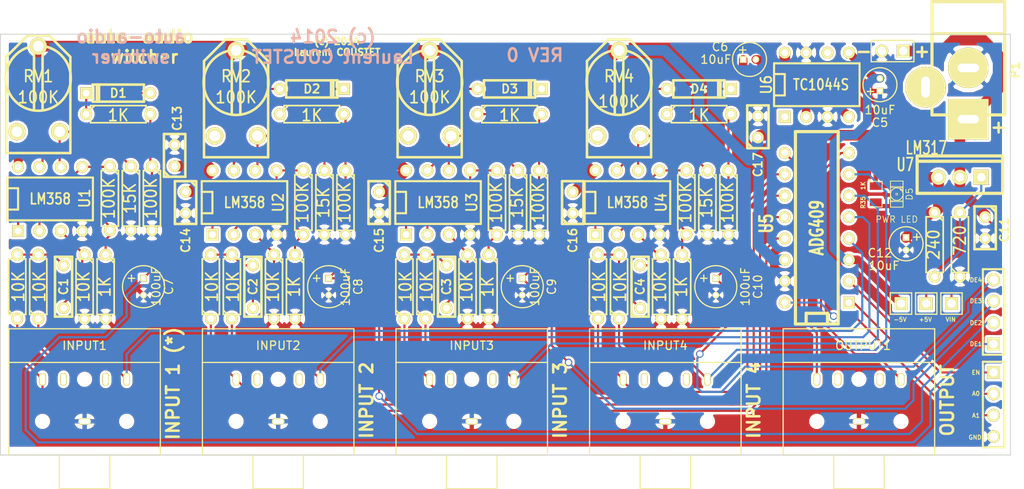
<source format=kicad_pcb>
(kicad_pcb (version 3) (host pcbnew "(22-Jun-2014 BZR 4027)-stable")
  (layers (15 F.Cu signal) (0 B.Cu signal) (18 B.Paste user) (19 F.Paste user) (20 B.SilkS user) (21 F.SilkS user) (22 B.Mask user) (23 F.Mask user) (28 Edge.Cuts user))
  (net 0 "")
  (net 1 /-5V)
  (net 2 /A0)
  (net 3 /A1)
  (net 4 /CH1LEFT)
  (net 5 /CH1RIGHT)
  (net 6 /CH2LEFT)
  (net 7 /CH2RIGHT)
  (net 8 /CH3LEFT)
  (net 9 /CH3RIGHT)
  (net 10 /CH4LEFT)
  (net 11 /CH4RIGHT)
  (net 12 /EN)
  (net 13 /VIN)
  (net 14 AUDIO1_DETECT)
  (net 15 AUDIO2_DETECT)
  (net 16 AUDIO3_DETECT)
  (net 17 AUDIO4_DETECT)
  (net 18 GND)
  (net 19 N-000001)
  (net 20 N-0000010)
  (net 21 N-0000014)
  (net 22 N-0000015)
  (net 23 N-0000016)
  (net 24 N-0000018)
  (net 25 N-0000019)
  (net 26 N-000002)
  (net 27 N-0000020)
  (net 28 N-0000021)
  (net 29 N-0000022)
  (net 30 N-0000023)
  (net 31 N-0000028)
  (net 32 N-0000029)
  (net 33 N-000003)
  (net 34 N-0000030)
  (net 35 N-0000031)
  (net 36 N-0000032)
  (net 37 N-0000033)
  (net 38 N-0000034)
  (net 39 N-0000035)
  (net 40 N-0000036)
  (net 41 N-0000037)
  (net 42 N-0000038)
  (net 43 N-0000039)
  (net 44 N-000004)
  (net 45 N-0000040)
  (net 46 N-0000041)
  (net 47 N-0000042)
  (net 48 N-000005)
  (net 49 N-000006)
  (net 50 N-000007)
  (net 51 N-000008)
  (net 52 N-000009)
  (net 53 VCC)
  (module RV2X4 (layer F.Cu) (at 41.5 168.5 90)
    (fp_text reference RV1 (at 1.5 0 180) (layer F.SilkS) (effects (font (size 1.397 1.27) (thickness 0.2032))))
    (fp_text value 100K (at -1 0 180) (layer F.SilkS) (effects (font (size 1.397 1.27) (thickness 0.2032))))
    (pad 1 thru_hole circle (at -5.08 -2.54 90) (size 2.032 2.032) (drill 1.27) (layers *.Cu *.Mask F.SilkS))
    (pad 2 thru_hole circle (at 5.08 0 90) (size 2.032 2.032) (drill 1.27) (layers *.Cu *.Mask F.SilkS) (net 53 VCC))
    (pad 3 thru_hole circle (at -5.08 2.54 90) (size 2.032 2.032) (drill 1.27) (layers *.Cu *.Mask F.SilkS) (net 19 N-000001))
  )
  (module RV2X4 (layer F.Cu) (at 65 169 90)
    (fp_text reference RV2 (at 2 0 180) (layer F.SilkS) (effects (font (size 1.397 1.27) (thickness 0.2032))))
    (fp_text value 100K (at -0.5 0 180) (layer F.SilkS) (effects (font (size 1.397 1.27) (thickness 0.2032))))
    (pad 1 thru_hole circle (at -5.08 -2.54 90) (size 2.032 2.032) (drill 1.27) (layers *.Cu *.Mask F.SilkS))
    (pad 2 thru_hole circle (at 5.08 0 90) (size 2.032 2.032) (drill 1.27) (layers *.Cu *.Mask F.SilkS) (net 53 VCC))
    (pad 3 thru_hole circle (at -5.08 2.54 90) (size 2.032 2.032) (drill 1.27) (layers *.Cu *.Mask F.SilkS) (net 26 N-000002))
  )
  (module RV2X4 (layer F.Cu) (at 88 169 90)
    (fp_text reference RV3 (at 2 0 180) (layer F.SilkS) (effects (font (size 1.397 1.27) (thickness 0.2032))))
    (fp_text value 100K (at -0.5 0 180) (layer F.SilkS) (effects (font (size 1.397 1.27) (thickness 0.2032))))
    (pad 1 thru_hole circle (at -5.08 -2.54 90) (size 2.032 2.032) (drill 1.27) (layers *.Cu *.Mask F.SilkS))
    (pad 2 thru_hole circle (at 5.08 0 90) (size 2.032 2.032) (drill 1.27) (layers *.Cu *.Mask F.SilkS) (net 53 VCC))
    (pad 3 thru_hole circle (at -5.08 2.54 90) (size 2.032 2.032) (drill 1.27) (layers *.Cu *.Mask F.SilkS) (net 33 N-000003))
  )
  (module RV2X4 (layer F.Cu) (at 110.5 169 90)
    (fp_text reference RV4 (at 2 0 180) (layer F.SilkS) (effects (font (size 1.397 1.27) (thickness 0.2032))))
    (fp_text value 100K (at -1 0 180) (layer F.SilkS) (effects (font (size 1.397 1.27) (thickness 0.2032))))
    (pad 1 thru_hole circle (at -5.08 -2.54 90) (size 2.032 2.032) (drill 1.27) (layers *.Cu *.Mask F.SilkS))
    (pad 2 thru_hole circle (at 5.08 0 90) (size 2.032 2.032) (drill 1.27) (layers *.Cu *.Mask F.SilkS) (net 53 VCC))
    (pad 3 thru_hole circle (at -5.08 2.54 90) (size 2.032 2.032) (drill 1.27) (layers *.Cu *.Mask F.SilkS) (net 44 N-000004))
  )
  (module R3 (layer F.Cu) (at 74 171.5)
    (fp_text reference R27 hide)
    (fp_text value 1K (at 0 0.127) (layer F.SilkS) (effects (font (size 1.397 1.27) (thickness 0.2032))))
    (pad 1 thru_hole circle (at -3.81 0) (size 1.397 1.397) (drill 0.8128) (layers *.Cu *.Mask F.SilkS) (net 43 N-0000039))
    (pad 2 thru_hole circle (at 3.81 0) (size 1.397 1.397) (drill 0.8128) (layers *.Cu *.Mask F.SilkS) (net 15 AUDIO2_DETECT))
  )
  (module R3 (layer F.Cu) (at 39 192 90)
    (fp_text reference R1 hide)
    (fp_text value 10K (at 0 0.127 90) (layer F.SilkS) (effects (font (size 1.397 1.27) (thickness 0.2032))))
    (pad 1 thru_hole circle (at -3.81 0 90) (size 1.397 1.397) (drill 0.8128) (layers *.Cu *.Mask F.SilkS) (net 4 /CH1LEFT))
    (pad 2 thru_hole circle (at 3.81 0 90) (size 1.397 1.397) (drill 0.8128) (layers *.Cu *.Mask F.SilkS) (net 25 N-0000019))
  )
  (module R3 (layer F.Cu) (at 85 192 90)
    (fp_text reference R11 hide)
    (fp_text value 10K (at 0 0.127 90) (layer F.SilkS) (effects (font (size 1.397 1.27) (thickness 0.2032))))
    (pad 1 thru_hole circle (at -3.81 0 90) (size 1.397 1.397) (drill 0.8128) (layers *.Cu *.Mask F.SilkS) (net 8 /CH3LEFT))
    (pad 2 thru_hole circle (at 3.81 0 90) (size 1.397 1.397) (drill 0.8128) (layers *.Cu *.Mask F.SilkS) (net 34 N-0000030))
  )
  (module R3 (layer F.Cu) (at 87.5 192 90)
    (fp_text reference R12 hide)
    (fp_text value 10K (at 0 0.127 90) (layer F.SilkS) (effects (font (size 1.397 1.27) (thickness 0.2032))))
    (pad 1 thru_hole circle (at -3.81 0 90) (size 1.397 1.397) (drill 0.8128) (layers *.Cu *.Mask F.SilkS) (net 9 /CH3RIGHT))
    (pad 2 thru_hole circle (at 3.81 0 90) (size 1.397 1.397) (drill 0.8128) (layers *.Cu *.Mask F.SilkS) (net 34 N-0000030))
  )
  (module R3 (layer F.Cu) (at 92.5 192 270)
    (fp_text reference R16 hide)
    (fp_text value 10K (at 0 0.127 270) (layer F.SilkS) (effects (font (size 1.397 1.27) (thickness 0.2032))))
    (pad 1 thru_hole circle (at -3.81 0 270) (size 1.397 1.397) (drill 0.8128) (layers *.Cu *.Mask F.SilkS) (net 39 N-0000035))
    (pad 2 thru_hole circle (at 3.81 0 270) (size 1.397 1.397) (drill 0.8128) (layers *.Cu *.Mask F.SilkS) (net 18 GND))
  )
  (module R3 (layer F.Cu) (at 96 182 270)
    (fp_text reference R22 hide)
    (fp_text value 100K (at 0 0.127 270) (layer F.SilkS) (effects (font (size 1.397 1.27) (thickness 0.2032))))
    (pad 1 thru_hole circle (at -3.81 0 270) (size 1.397 1.397) (drill 0.8128) (layers *.Cu *.Mask F.SilkS) (net 32 N-0000029))
    (pad 2 thru_hole circle (at 3.81 0 270) (size 1.397 1.397) (drill 0.8128) (layers *.Cu *.Mask F.SilkS) (net 36 N-0000032))
  )
  (module R3 (layer F.Cu) (at 95 192 270)
    (fp_text reference R19 hide)
    (fp_text value 1K (at 0 0.127 270) (layer F.SilkS) (effects (font (size 1.397 1.27) (thickness 0.2032))))
    (pad 1 thru_hole circle (at -3.81 0 270) (size 1.397 1.397) (drill 0.8128) (layers *.Cu *.Mask F.SilkS) (net 36 N-0000032))
    (pad 2 thru_hole circle (at 3.81 0 270) (size 1.397 1.397) (drill 0.8128) (layers *.Cu *.Mask F.SilkS) (net 18 GND))
  )
  (module R3 (layer F.Cu) (at 101 182 270)
    (fp_text reference R31 hide)
    (fp_text value 100K (at 0 0.127 270) (layer F.SilkS) (effects (font (size 1.397 1.27) (thickness 0.2032))))
    (pad 1 thru_hole circle (at -3.81 0 270) (size 1.397 1.397) (drill 0.8128) (layers *.Cu *.Mask F.SilkS) (net 16 AUDIO3_DETECT))
    (pad 2 thru_hole circle (at 3.81 0 270) (size 1.397 1.397) (drill 0.8128) (layers *.Cu *.Mask F.SilkS) (net 18 GND))
  )
  (module R3 (layer F.Cu) (at 97.5 171.5)
    (fp_text reference R28 hide)
    (fp_text value 1K (at 0 0.127) (layer F.SilkS) (effects (font (size 1.397 1.27) (thickness 0.2032))))
    (pad 1 thru_hole circle (at -3.81 0) (size 1.397 1.397) (drill 0.8128) (layers *.Cu *.Mask F.SilkS) (net 37 N-0000033))
    (pad 2 thru_hole circle (at 3.81 0) (size 1.397 1.397) (drill 0.8128) (layers *.Cu *.Mask F.SilkS) (net 16 AUDIO3_DETECT))
  )
  (module R3 (layer F.Cu) (at 108 192 90)
    (fp_text reference R13 hide)
    (fp_text value 10K (at 0 0.127 90) (layer F.SilkS) (effects (font (size 1.397 1.27) (thickness 0.2032))))
    (pad 1 thru_hole circle (at -3.81 0 90) (size 1.397 1.397) (drill 0.8128) (layers *.Cu *.Mask F.SilkS) (net 10 /CH4LEFT))
    (pad 2 thru_hole circle (at 3.81 0 90) (size 1.397 1.397) (drill 0.8128) (layers *.Cu *.Mask F.SilkS) (net 50 N-000007))
  )
  (module R3 (layer F.Cu) (at 110.5 192 90)
    (fp_text reference R14 hide)
    (fp_text value 10K (at 0 0.127 90) (layer F.SilkS) (effects (font (size 1.397 1.27) (thickness 0.2032))))
    (pad 1 thru_hole circle (at -3.81 0 90) (size 1.397 1.397) (drill 0.8128) (layers *.Cu *.Mask F.SilkS) (net 11 /CH4RIGHT))
    (pad 2 thru_hole circle (at 3.81 0 90) (size 1.397 1.397) (drill 0.8128) (layers *.Cu *.Mask F.SilkS) (net 50 N-000007))
  )
  (module R3 (layer F.Cu) (at 115.5 192 270)
    (fp_text reference R17 hide)
    (fp_text value 10K (at 0 0.127 270) (layer F.SilkS) (effects (font (size 1.397 1.27) (thickness 0.2032))))
    (pad 1 thru_hole circle (at -3.81 0 270) (size 1.397 1.397) (drill 0.8128) (layers *.Cu *.Mask F.SilkS) (net 48 N-000005))
    (pad 2 thru_hole circle (at 3.81 0 270) (size 1.397 1.397) (drill 0.8128) (layers *.Cu *.Mask F.SilkS) (net 18 GND))
  )
  (module R3 (layer F.Cu) (at 118.5 182 270)
    (fp_text reference R23 hide)
    (fp_text value 100K (at 0 0.127 270) (layer F.SilkS) (effects (font (size 1.397 1.27) (thickness 0.2032))))
    (pad 1 thru_hole circle (at -3.81 0 270) (size 1.397 1.397) (drill 0.8128) (layers *.Cu *.Mask F.SilkS) (net 49 N-000006))
    (pad 2 thru_hole circle (at 3.81 0 270) (size 1.397 1.397) (drill 0.8128) (layers *.Cu *.Mask F.SilkS) (net 51 N-000008))
  )
  (module R3 (layer F.Cu) (at 118 192 270)
    (fp_text reference R20 hide)
    (fp_text value 1K (at 0 0.127 270) (layer F.SilkS) (effects (font (size 1.397 1.27) (thickness 0.2032))))
    (pad 1 thru_hole circle (at -3.81 0 270) (size 1.397 1.397) (drill 0.8128) (layers *.Cu *.Mask F.SilkS) (net 51 N-000008))
    (pad 2 thru_hole circle (at 3.81 0 270) (size 1.397 1.397) (drill 0.8128) (layers *.Cu *.Mask F.SilkS) (net 18 GND))
  )
  (module R3 (layer F.Cu) (at 123.5 182 270)
    (fp_text reference R32 hide)
    (fp_text value 100K (at 0 0.127 270) (layer F.SilkS) (effects (font (size 1.397 1.27) (thickness 0.2032))))
    (pad 1 thru_hole circle (at -3.81 0 270) (size 1.397 1.397) (drill 0.8128) (layers *.Cu *.Mask F.SilkS) (net 17 AUDIO4_DETECT))
    (pad 2 thru_hole circle (at 3.81 0 270) (size 1.397 1.397) (drill 0.8128) (layers *.Cu *.Mask F.SilkS) (net 18 GND))
  )
  (module R3 (layer F.Cu) (at 120 171.5)
    (fp_text reference R29 hide)
    (fp_text value 1K (at 0 0.127) (layer F.SilkS) (effects (font (size 1.397 1.27) (thickness 0.2032))))
    (pad 1 thru_hole circle (at -3.81 0) (size 1.397 1.397) (drill 0.8128) (layers *.Cu *.Mask F.SilkS) (net 52 N-000009))
    (pad 2 thru_hole circle (at 3.81 0) (size 1.397 1.397) (drill 0.8128) (layers *.Cu *.Mask F.SilkS) (net 17 AUDIO4_DETECT))
  )
  (module R3 (layer F.Cu) (at 121 182 270)
    (fp_text reference R26 hide)
    (fp_text value 15K (at 0 0.127 270) (layer F.SilkS) (effects (font (size 1.397 1.27) (thickness 0.2032))))
    (pad 1 thru_hole circle (at -3.81 0 270) (size 1.397 1.397) (drill 0.8128) (layers *.Cu *.Mask F.SilkS) (net 44 N-000004))
    (pad 2 thru_hole circle (at 3.81 0 270) (size 1.397 1.397) (drill 0.8128) (layers *.Cu *.Mask F.SilkS) (net 18 GND))
  )
  (module R3 (layer F.Cu) (at 98.5 182 270)
    (fp_text reference R25 hide)
    (fp_text value 15K (at 0 0.127 270) (layer F.SilkS) (effects (font (size 1.397 1.27) (thickness 0.2032))))
    (pad 1 thru_hole circle (at -3.81 0 270) (size 1.397 1.397) (drill 0.8128) (layers *.Cu *.Mask F.SilkS) (net 33 N-000003))
    (pad 2 thru_hole circle (at 3.81 0 270) (size 1.397 1.397) (drill 0.8128) (layers *.Cu *.Mask F.SilkS) (net 18 GND))
  )
  (module R3 (layer F.Cu) (at 75.5 182 270)
    (fp_text reference R24 hide)
    (fp_text value 15K (at 0 0.127 270) (layer F.SilkS) (effects (font (size 1.397 1.27) (thickness 0.2032))))
    (pad 1 thru_hole circle (at -3.81 0 270) (size 1.397 1.397) (drill 0.8128) (layers *.Cu *.Mask F.SilkS) (net 26 N-000002))
    (pad 2 thru_hole circle (at 3.81 0 270) (size 1.397 1.397) (drill 0.8128) (layers *.Cu *.Mask F.SilkS) (net 18 GND))
  )
  (module R3 (layer F.Cu) (at 52.5 181.5 270)
    (fp_text reference R6 hide)
    (fp_text value 15K (at 0 0.127 270) (layer F.SilkS) (effects (font (size 1.397 1.27) (thickness 0.2032))))
    (pad 1 thru_hole circle (at -3.81 0 270) (size 1.397 1.397) (drill 0.8128) (layers *.Cu *.Mask F.SilkS) (net 19 N-000001))
    (pad 2 thru_hole circle (at 3.81 0 270) (size 1.397 1.397) (drill 0.8128) (layers *.Cu *.Mask F.SilkS) (net 18 GND))
  )
  (module R3 (layer F.Cu) (at 62 192 90)
    (fp_text reference R7 hide)
    (fp_text value 10K (at 0 0.127 90) (layer F.SilkS) (effects (font (size 1.397 1.27) (thickness 0.2032))))
    (pad 1 thru_hole circle (at -3.81 0 90) (size 1.397 1.397) (drill 0.8128) (layers *.Cu *.Mask F.SilkS) (net 6 /CH2LEFT))
    (pad 2 thru_hole circle (at 3.81 0 90) (size 1.397 1.397) (drill 0.8128) (layers *.Cu *.Mask F.SilkS) (net 40 N-0000036))
  )
  (module R3 (layer F.Cu) (at 51 171.5)
    (fp_text reference R9 hide)
    (fp_text value 1K (at 0 0.127) (layer F.SilkS) (effects (font (size 1.397 1.27) (thickness 0.2032))))
    (pad 1 thru_hole circle (at -3.81 0) (size 1.397 1.397) (drill 0.8128) (layers *.Cu *.Mask F.SilkS) (net 28 N-0000021))
    (pad 2 thru_hole circle (at 3.81 0) (size 1.397 1.397) (drill 0.8128) (layers *.Cu *.Mask F.SilkS) (net 14 AUDIO1_DETECT))
  )
  (module R3 (layer F.Cu) (at 55 181.5 270)
    (fp_text reference R8 hide)
    (fp_text value 100K (at 0 0.127 270) (layer F.SilkS) (effects (font (size 1.397 1.27) (thickness 0.2032))))
    (pad 1 thru_hole circle (at -3.81 0 270) (size 1.397 1.397) (drill 0.8128) (layers *.Cu *.Mask F.SilkS) (net 14 AUDIO1_DETECT))
    (pad 2 thru_hole circle (at 3.81 0 270) (size 1.397 1.397) (drill 0.8128) (layers *.Cu *.Mask F.SilkS) (net 18 GND))
  )
  (module R3 (layer F.Cu) (at 78 182 270)
    (fp_text reference R30 hide)
    (fp_text value 100K (at 0 0.127 270) (layer F.SilkS) (effects (font (size 1.397 1.27) (thickness 0.2032))))
    (pad 1 thru_hole circle (at -3.81 0 270) (size 1.397 1.397) (drill 0.8128) (layers *.Cu *.Mask F.SilkS) (net 15 AUDIO2_DETECT))
    (pad 2 thru_hole circle (at 3.81 0 270) (size 1.397 1.397) (drill 0.8128) (layers *.Cu *.Mask F.SilkS) (net 18 GND))
  )
  (module R3 (layer F.Cu) (at 49.5 192 270)
    (fp_text reference R4 hide)
    (fp_text value 1K (at 0 0.127 270) (layer F.SilkS) (effects (font (size 1.397 1.27) (thickness 0.2032))))
    (pad 1 thru_hole circle (at -3.81 0 270) (size 1.397 1.397) (drill 0.8128) (layers *.Cu *.Mask F.SilkS) (net 42 N-0000038))
    (pad 2 thru_hole circle (at 3.81 0 270) (size 1.397 1.397) (drill 0.8128) (layers *.Cu *.Mask F.SilkS) (net 18 GND))
  )
  (module R3 (layer F.Cu) (at 50 181.5 270)
    (fp_text reference R5 hide)
    (fp_text value 100K (at 0 0.127 270) (layer F.SilkS) (effects (font (size 1.397 1.27) (thickness 0.2032))))
    (pad 1 thru_hole circle (at -3.81 0 270) (size 1.397 1.397) (drill 0.8128) (layers *.Cu *.Mask F.SilkS) (net 24 N-0000018))
    (pad 2 thru_hole circle (at 3.81 0 270) (size 1.397 1.397) (drill 0.8128) (layers *.Cu *.Mask F.SilkS) (net 42 N-0000038))
  )
  (module R3 (layer F.Cu) (at 64.5 192 90)
    (fp_text reference R10 hide)
    (fp_text value 10K (at 0 0.127 90) (layer F.SilkS) (effects (font (size 1.397 1.27) (thickness 0.2032))))
    (pad 1 thru_hole circle (at -3.81 0 90) (size 1.397 1.397) (drill 0.8128) (layers *.Cu *.Mask F.SilkS) (net 7 /CH2RIGHT))
    (pad 2 thru_hole circle (at 3.81 0 90) (size 1.397 1.397) (drill 0.8128) (layers *.Cu *.Mask F.SilkS) (net 40 N-0000036))
  )
  (module R3 (layer F.Cu) (at 47 192 270)
    (fp_text reference R3 hide)
    (fp_text value 10K (at 0 0.127 270) (layer F.SilkS) (effects (font (size 1.397 1.27) (thickness 0.2032))))
    (pad 1 thru_hole circle (at -3.81 0 270) (size 1.397 1.397) (drill 0.8128) (layers *.Cu *.Mask F.SilkS) (net 30 N-0000023))
    (pad 2 thru_hole circle (at 3.81 0 270) (size 1.397 1.397) (drill 0.8128) (layers *.Cu *.Mask F.SilkS) (net 18 GND))
  )
  (module R3 (layer F.Cu) (at 69.5 192 270)
    (fp_text reference R15 hide)
    (fp_text value 10K (at 0 0.127 270) (layer F.SilkS) (effects (font (size 1.397 1.27) (thickness 0.2032))))
    (pad 1 thru_hole circle (at -3.81 0 270) (size 1.397 1.397) (drill 0.8128) (layers *.Cu *.Mask F.SilkS) (net 46 N-0000041))
    (pad 2 thru_hole circle (at 3.81 0 270) (size 1.397 1.397) (drill 0.8128) (layers *.Cu *.Mask F.SilkS) (net 18 GND))
  )
  (module R3 (layer F.Cu) (at 73 182 270)
    (fp_text reference R21 hide)
    (fp_text value 100K (at 0 0.127 270) (layer F.SilkS) (effects (font (size 1.397 1.27) (thickness 0.2032))))
    (pad 1 thru_hole circle (at -3.81 0 270) (size 1.397 1.397) (drill 0.8128) (layers *.Cu *.Mask F.SilkS) (net 47 N-0000042))
    (pad 2 thru_hole circle (at 3.81 0 270) (size 1.397 1.397) (drill 0.8128) (layers *.Cu *.Mask F.SilkS) (net 35 N-0000031))
  )
  (module R3 (layer F.Cu) (at 72 192 270)
    (fp_text reference R18 hide)
    (fp_text value 1K (at 0 0.127 270) (layer F.SilkS) (effects (font (size 1.397 1.27) (thickness 0.2032))))
    (pad 1 thru_hole circle (at -3.81 0 270) (size 1.397 1.397) (drill 0.8128) (layers *.Cu *.Mask F.SilkS) (net 35 N-0000031))
    (pad 2 thru_hole circle (at 3.81 0 270) (size 1.397 1.397) (drill 0.8128) (layers *.Cu *.Mask F.SilkS) (net 18 GND))
  )
  (module R3 (layer F.Cu) (at 41.5 192 90)
    (fp_text reference R2 hide)
    (fp_text value 10K (at 0 0.127 90) (layer F.SilkS) (effects (font (size 1.397 1.27) (thickness 0.2032))))
    (pad 1 thru_hole circle (at -3.81 0 90) (size 1.397 1.397) (drill 0.8128) (layers *.Cu *.Mask F.SilkS) (net 5 /CH1RIGHT))
    (pad 2 thru_hole circle (at 3.81 0 90) (size 1.397 1.397) (drill 0.8128) (layers *.Cu *.Mask F.SilkS) (net 25 N-0000019))
  )
  (module DIP-8__300 (layer F.Cu) (at 111.5 182)
    (fp_text reference U4 (at 4 0 90) (layer F.SilkS) (effects (font (size 1.27 1.143) (thickness 0.2032))))
    (fp_text value LM358 (at 0 0) (layer F.SilkS) (effects (font (size 1.27 1.016) (thickness 0.2032))))
    (pad 1 thru_hole rect (at -3.81 3.81) (size 1.397 1.397) (drill 0.8128) (layers *.Cu *.Mask F.SilkS) (net 49 N-000006))
    (pad 2 thru_hole circle (at -1.27 3.81) (size 1.397 1.397) (drill 0.8128) (layers *.Cu *.Mask F.SilkS) (net 51 N-000008))
    (pad 3 thru_hole circle (at 1.27 3.81) (size 1.397 1.397) (drill 0.8128) (layers *.Cu *.Mask F.SilkS) (net 48 N-000005))
    (pad 4 thru_hole circle (at 3.81 3.81) (size 1.397 1.397) (drill 0.8128) (layers *.Cu *.Mask F.SilkS) (net 18 GND))
    (pad 5 thru_hole circle (at 3.81 -3.81) (size 1.397 1.397) (drill 0.8128) (layers *.Cu *.Mask F.SilkS) (net 49 N-000006))
    (pad 6 thru_hole circle (at 1.27 -3.81) (size 1.397 1.397) (drill 0.8128) (layers *.Cu *.Mask F.SilkS) (net 44 N-000004))
    (pad 7 thru_hole circle (at -1.27 -3.81) (size 1.397 1.397) (drill 0.8128) (layers *.Cu *.Mask F.SilkS) (net 20 N-0000010))
    (pad 8 thru_hole circle (at -3.81 -3.81) (size 1.397 1.397) (drill 0.8128) (layers *.Cu *.Mask F.SilkS) (net 53 VCC))
  )
  (module DIP-8__300 (layer F.Cu) (at 66 182)
    (fp_text reference U2 (at 4 0 90) (layer F.SilkS) (effects (font (size 1.27 1.143) (thickness 0.2032))))
    (fp_text value LM358 (at 0 0) (layer F.SilkS) (effects (font (size 1.27 1.016) (thickness 0.2032))))
    (pad 1 thru_hole rect (at -3.81 3.81) (size 1.397 1.397) (drill 0.8128) (layers *.Cu *.Mask F.SilkS) (net 47 N-0000042))
    (pad 2 thru_hole circle (at -1.27 3.81) (size 1.397 1.397) (drill 0.8128) (layers *.Cu *.Mask F.SilkS) (net 35 N-0000031))
    (pad 3 thru_hole circle (at 1.27 3.81) (size 1.397 1.397) (drill 0.8128) (layers *.Cu *.Mask F.SilkS) (net 46 N-0000041))
    (pad 4 thru_hole circle (at 3.81 3.81) (size 1.397 1.397) (drill 0.8128) (layers *.Cu *.Mask F.SilkS) (net 18 GND))
    (pad 5 thru_hole circle (at 3.81 -3.81) (size 1.397 1.397) (drill 0.8128) (layers *.Cu *.Mask F.SilkS) (net 47 N-0000042))
    (pad 6 thru_hole circle (at 1.27 -3.81) (size 1.397 1.397) (drill 0.8128) (layers *.Cu *.Mask F.SilkS) (net 26 N-000002))
    (pad 7 thru_hole circle (at -1.27 -3.81) (size 1.397 1.397) (drill 0.8128) (layers *.Cu *.Mask F.SilkS) (net 45 N-0000040))
    (pad 8 thru_hole circle (at -3.81 -3.81) (size 1.397 1.397) (drill 0.8128) (layers *.Cu *.Mask F.SilkS) (net 53 VCC))
  )
  (module DIP-8__300 (layer F.Cu) (at 89 182)
    (fp_text reference U3 (at 4 0 90) (layer F.SilkS) (effects (font (size 1.27 1.143) (thickness 0.2032))))
    (fp_text value LM358 (at 0 0) (layer F.SilkS) (effects (font (size 1.27 1.016) (thickness 0.2032))))
    (pad 1 thru_hole rect (at -3.81 3.81) (size 1.397 1.397) (drill 0.8128) (layers *.Cu *.Mask F.SilkS) (net 32 N-0000029))
    (pad 2 thru_hole circle (at -1.27 3.81) (size 1.397 1.397) (drill 0.8128) (layers *.Cu *.Mask F.SilkS) (net 36 N-0000032))
    (pad 3 thru_hole circle (at 1.27 3.81) (size 1.397 1.397) (drill 0.8128) (layers *.Cu *.Mask F.SilkS) (net 39 N-0000035))
    (pad 4 thru_hole circle (at 3.81 3.81) (size 1.397 1.397) (drill 0.8128) (layers *.Cu *.Mask F.SilkS) (net 18 GND))
    (pad 5 thru_hole circle (at 3.81 -3.81) (size 1.397 1.397) (drill 0.8128) (layers *.Cu *.Mask F.SilkS) (net 32 N-0000029))
    (pad 6 thru_hole circle (at 1.27 -3.81) (size 1.397 1.397) (drill 0.8128) (layers *.Cu *.Mask F.SilkS) (net 33 N-000003))
    (pad 7 thru_hole circle (at -1.27 -3.81) (size 1.397 1.397) (drill 0.8128) (layers *.Cu *.Mask F.SilkS) (net 38 N-0000034))
    (pad 8 thru_hole circle (at -3.81 -3.81) (size 1.397 1.397) (drill 0.8128) (layers *.Cu *.Mask F.SilkS) (net 53 VCC))
  )
  (module DIP-8__300 (layer F.Cu) (at 134 168)
    (fp_text reference U6 (at -6 0 90) (layer F.SilkS) (effects (font (size 1.27 1.143) (thickness 0.2032))))
    (fp_text value TC1044S (at 0.5 0) (layer F.SilkS) (effects (font (size 1.27 1.016) (thickness 0.2032))))
    (pad 1 thru_hole rect (at -3.81 3.81) (size 1.397 1.397) (drill 0.8128) (layers *.Cu *.Mask F.SilkS))
    (pad 2 thru_hole circle (at -1.27 3.81) (size 1.397 1.397) (drill 0.8128) (layers *.Cu *.Mask F.SilkS) (net 41 N-0000037))
    (pad 3 thru_hole circle (at 1.27 3.81) (size 1.397 1.397) (drill 0.8128) (layers *.Cu *.Mask F.SilkS) (net 18 GND))
    (pad 4 thru_hole circle (at 3.81 3.81) (size 1.397 1.397) (drill 0.8128) (layers *.Cu *.Mask F.SilkS) (net 23 N-0000016))
    (pad 5 thru_hole circle (at 3.81 -3.81) (size 1.397 1.397) (drill 0.8128) (layers *.Cu *.Mask F.SilkS) (net 1 /-5V))
    (pad 6 thru_hole circle (at 1.27 -3.81) (size 1.397 1.397) (drill 0.8128) (layers *.Cu *.Mask F.SilkS))
    (pad 7 thru_hole circle (at -1.27 -3.81) (size 1.397 1.397) (drill 0.8128) (layers *.Cu *.Mask F.SilkS) (net 18 GND))
    (pad 8 thru_hole circle (at -3.81 -3.81) (size 1.397 1.397) (drill 0.8128) (layers *.Cu *.Mask F.SilkS) (net 53 VCC))
  )
  (module DIP-8__300 (layer F.Cu) (at 42.91 181.57)
    (fp_text reference U1 (at 4.09 -0.07 90) (layer F.SilkS) (effects (font (size 1.27 1.143) (thickness 0.2032))))
    (fp_text value LM358 (at 0 0) (layer F.SilkS) (effects (font (size 1.27 1.016) (thickness 0.2032))))
    (pad 1 thru_hole rect (at -3.81 3.81) (size 1.397 1.397) (drill 0.8128) (layers *.Cu *.Mask F.SilkS) (net 24 N-0000018))
    (pad 2 thru_hole circle (at -1.27 3.81) (size 1.397 1.397) (drill 0.8128) (layers *.Cu *.Mask F.SilkS) (net 42 N-0000038))
    (pad 3 thru_hole circle (at 1.27 3.81) (size 1.397 1.397) (drill 0.8128) (layers *.Cu *.Mask F.SilkS) (net 30 N-0000023))
    (pad 4 thru_hole circle (at 3.81 3.81) (size 1.397 1.397) (drill 0.8128) (layers *.Cu *.Mask F.SilkS) (net 18 GND))
    (pad 5 thru_hole circle (at 3.81 -3.81) (size 1.397 1.397) (drill 0.8128) (layers *.Cu *.Mask F.SilkS) (net 24 N-0000018))
    (pad 6 thru_hole circle (at 1.27 -3.81) (size 1.397 1.397) (drill 0.8128) (layers *.Cu *.Mask F.SilkS) (net 19 N-000001))
    (pad 7 thru_hole circle (at -1.27 -3.81) (size 1.397 1.397) (drill 0.8128) (layers *.Cu *.Mask F.SilkS) (net 29 N-0000022))
    (pad 8 thru_hole circle (at -3.81 -3.81) (size 1.397 1.397) (drill 0.8128) (layers *.Cu *.Mask F.SilkS) (net 53 VCC))
  )
  (module DIP-16__300 (layer F.Cu) (at 134 185 90)
    (fp_text reference U5 (at 0.5 -6 90) (layer F.SilkS) (effects (font (size 1.524 1.143) (thickness 0.3048))))
    (fp_text value ADG409 (at 0 0 90) (layer F.SilkS) (effects (font (size 1.524 1.143) (thickness 0.3048))))
    (pad 1 thru_hole rect (at -8.89 3.81 90) (size 1.397 1.397) (drill 0.8128) (layers *.Cu *.Mask F.SilkS) (net 2 /A0))
    (pad 2 thru_hole circle (at -6.35 3.81 90) (size 1.397 1.397) (drill 0.8128) (layers *.Cu *.Mask F.SilkS) (net 12 /EN))
    (pad 3 thru_hole circle (at -3.81 3.81 90) (size 1.397 1.397) (drill 0.8128) (layers *.Cu *.Mask F.SilkS) (net 1 /-5V))
    (pad 4 thru_hole circle (at -1.27 3.81 90) (size 1.397 1.397) (drill 0.8128) (layers *.Cu *.Mask F.SilkS) (net 5 /CH1RIGHT))
    (pad 5 thru_hole circle (at 1.27 3.81 90) (size 1.397 1.397) (drill 0.8128) (layers *.Cu *.Mask F.SilkS) (net 7 /CH2RIGHT))
    (pad 6 thru_hole circle (at 3.81 3.81 90) (size 1.397 1.397) (drill 0.8128) (layers *.Cu *.Mask F.SilkS) (net 9 /CH3RIGHT))
    (pad 7 thru_hole circle (at 6.35 3.81 90) (size 1.397 1.397) (drill 0.8128) (layers *.Cu *.Mask F.SilkS) (net 11 /CH4RIGHT))
    (pad 8 thru_hole circle (at 8.89 3.81 90) (size 1.397 1.397) (drill 0.8128) (layers *.Cu *.Mask F.SilkS) (net 27 N-0000020))
    (pad 9 thru_hole circle (at 8.89 -3.81 90) (size 1.397 1.397) (drill 0.8128) (layers *.Cu *.Mask F.SilkS) (net 21 N-0000014))
    (pad 10 thru_hole circle (at 6.35 -3.81 90) (size 1.397 1.397) (drill 0.8128) (layers *.Cu *.Mask F.SilkS) (net 10 /CH4LEFT))
    (pad 11 thru_hole circle (at 3.81 -3.81 90) (size 1.397 1.397) (drill 0.8128) (layers *.Cu *.Mask F.SilkS) (net 8 /CH3LEFT))
    (pad 12 thru_hole circle (at 1.27 -3.81 90) (size 1.397 1.397) (drill 0.8128) (layers *.Cu *.Mask F.SilkS) (net 6 /CH2LEFT))
    (pad 13 thru_hole circle (at -1.27 -3.81 90) (size 1.397 1.397) (drill 0.8128) (layers *.Cu *.Mask F.SilkS) (net 4 /CH1LEFT))
    (pad 14 thru_hole circle (at -3.81 -3.81 90) (size 1.397 1.397) (drill 0.8128) (layers *.Cu *.Mask F.SilkS) (net 53 VCC))
    (pad 15 thru_hole circle (at -6.35 -3.81 90) (size 1.397 1.397) (drill 0.8128) (layers *.Cu *.Mask F.SilkS) (net 18 GND))
    (pad 16 thru_hole circle (at -8.89 -3.81 90) (size 1.397 1.397) (drill 0.8128) (layers *.Cu *.Mask F.SilkS) (net 3 /A1))
  )
  (module D3 (layer F.Cu) (at 97.5 168.5)
    (fp_text reference D3 (at 0 0) (layer F.SilkS) (effects (font (size 1.016 1.016) (thickness 0.2032))))
    (fp_text value DIODE hide)
    (pad 2 thru_hole rect (at 3.81 0) (size 1.397 1.397) (drill 0.8128) (layers *.Cu *.Mask F.SilkS) (net 37 N-0000033))
    (pad 1 thru_hole circle (at -3.81 0) (size 1.397 1.397) (drill 0.8128) (layers *.Cu *.Mask F.SilkS) (net 38 N-0000034))
  )
  (module D3 (layer F.Cu) (at 74 168.5)
    (fp_text reference D2 (at 0 0) (layer F.SilkS) (effects (font (size 1.016 1.016) (thickness 0.2032))))
    (fp_text value DIODE hide)
    (pad 2 thru_hole rect (at 3.81 0) (size 1.397 1.397) (drill 0.8128) (layers *.Cu *.Mask F.SilkS) (net 43 N-0000039))
    (pad 1 thru_hole circle (at -3.81 0) (size 1.397 1.397) (drill 0.8128) (layers *.Cu *.Mask F.SilkS) (net 45 N-0000040))
  )
  (module D3 (layer F.Cu) (at 51 169 180)
    (fp_text reference D1 (at 0 0 180) (layer F.SilkS) (effects (font (size 1.016 1.016) (thickness 0.2032))))
    (fp_text value DIODE hide)
    (pad 2 thru_hole rect (at 3.81 0 180) (size 1.397 1.397) (drill 0.8128) (layers *.Cu *.Mask F.SilkS) (net 28 N-0000021))
    (pad 1 thru_hole circle (at -3.81 0 180) (size 1.397 1.397) (drill 0.8128) (layers *.Cu *.Mask F.SilkS) (net 29 N-0000022))
  )
  (module D3 (layer F.Cu) (at 120 168.5)
    (fp_text reference D4 (at 0 0) (layer F.SilkS) (effects (font (size 1.016 1.016) (thickness 0.2032))))
    (fp_text value DIODE hide)
    (pad 2 thru_hole rect (at 3.81 0) (size 1.397 1.397) (drill 0.8128) (layers *.Cu *.Mask F.SilkS) (net 52 N-000009))
    (pad 1 thru_hole circle (at -3.81 0) (size 1.397 1.397) (drill 0.8128) (layers *.Cu *.Mask F.SilkS) (net 20 N-0000010))
  )
  (module C2 (layer F.Cu) (at 44.5 192 270)
    (fp_text reference C1 (at 0 0 270) (layer F.SilkS) (effects (font (size 1.016 1.016) (thickness 0.2032))))
    (fp_text value 10nF hide)
    (pad 1 thru_hole circle (at -2.54 0 270) (size 1.397 1.397) (drill 0.8128) (layers *.Cu *.Mask F.SilkS) (net 25 N-0000019))
    (pad 2 thru_hole circle (at 2.54 0 270) (size 1.397 1.397) (drill 0.8128) (layers *.Cu *.Mask F.SilkS) (net 30 N-0000023))
  )
  (module C2 (layer F.Cu) (at 113 192 90)
    (fp_text reference C4 (at 0 0 90) (layer F.SilkS) (effects (font (size 1.016 1.016) (thickness 0.2032))))
    (fp_text value 10nF hide)
    (pad 1 thru_hole circle (at -2.54 0 90) (size 1.397 1.397) (drill 0.8128) (layers *.Cu *.Mask F.SilkS) (net 50 N-000007))
    (pad 2 thru_hole circle (at 2.54 0 90) (size 1.397 1.397) (drill 0.8128) (layers *.Cu *.Mask F.SilkS) (net 48 N-000005))
  )
  (module C2 (layer F.Cu) (at 67 192 270)
    (fp_text reference C2 (at 0 0 270) (layer F.SilkS) (effects (font (size 1.016 1.016) (thickness 0.2032))))
    (fp_text value 10nF hide)
    (pad 1 thru_hole circle (at -2.54 0 270) (size 1.397 1.397) (drill 0.8128) (layers *.Cu *.Mask F.SilkS) (net 40 N-0000036))
    (pad 2 thru_hole circle (at 2.54 0 270) (size 1.397 1.397) (drill 0.8128) (layers *.Cu *.Mask F.SilkS) (net 46 N-0000041))
  )
  (module C2 (layer F.Cu) (at 90 192 270)
    (fp_text reference C3 (at 0 0 270) (layer F.SilkS) (effects (font (size 1.016 1.016) (thickness 0.2032))))
    (fp_text value 10nF hide)
    (pad 1 thru_hole circle (at -2.54 0 270) (size 1.397 1.397) (drill 0.8128) (layers *.Cu *.Mask F.SilkS) (net 34 N-0000030))
    (pad 2 thru_hole circle (at 2.54 0 270) (size 1.397 1.397) (drill 0.8128) (layers *.Cu *.Mask F.SilkS) (net 39 N-0000035))
  )
  (module 3.5MMJACK (layer F.Cu) (at 47 212 90)
    (fp_text reference JACK1 hide)
    (fp_text value INPUT1 (at 13 0 180) (layer F.SilkS))
    (pad 1 thru_hole oval (at 4 0 180) (size 1.5 0.8) (drill oval 1.2 0.5) (layers *.Cu *.Mask F.SilkS) (net 18 GND))
    (pad 4 thru_hole oval (at 9 5 90) (size 1.5 0.8) (drill oval 1.2 0.5) (layers *.Cu *.Mask F.SilkS) (net 5 /CH1RIGHT))
    (pad 2 thru_hole oval (at 9 2.5 90) (size 1.5 0.8) (drill oval 1.2 0.5) (layers *.Cu *.Mask F.SilkS))
    (pad 3 thru_hole oval (at 9 -2.5 90) (size 1.5 0.8) (drill oval 1.2 0.5) (layers *.Cu *.Mask F.SilkS))
    (pad "" np_thru_hole circle (at 9 0 90) (size 1.2 1.2) (drill 1.2) (layers *.Cu *.Mask F.SilkS))
    (pad "" np_thru_hole circle (at 4 -5 90) (size 1.2 1.2) (drill 1.2) (layers *.Cu *.Mask F.SilkS))
    (pad "" np_thru_hole circle (at 4 5 90) (size 1.2 1.2) (drill 1.2) (layers *.Cu *.Mask F.SilkS))
    (pad 5 thru_hole oval (at 9 -5 90) (size 1.5 0.8) (drill oval 1.2 0.5) (layers *.Cu *.Mask F.SilkS) (net 4 /CH1LEFT))
  )
  (module 3.5MMJACK (layer F.Cu) (at 70 212 90)
    (fp_text reference JACK2 hide)
    (fp_text value INPUT2 (at 13 0 180) (layer F.SilkS))
    (pad 1 thru_hole oval (at 4 0 180) (size 1.5 0.8) (drill oval 1.2 0.5) (layers *.Cu *.Mask F.SilkS) (net 18 GND))
    (pad 4 thru_hole oval (at 9 5 90) (size 1.5 0.8) (drill oval 1.2 0.5) (layers *.Cu *.Mask F.SilkS) (net 7 /CH2RIGHT))
    (pad 2 thru_hole oval (at 9 2.5 90) (size 1.5 0.8) (drill oval 1.2 0.5) (layers *.Cu *.Mask F.SilkS))
    (pad 3 thru_hole oval (at 9 -2.5 90) (size 1.5 0.8) (drill oval 1.2 0.5) (layers *.Cu *.Mask F.SilkS))
    (pad "" np_thru_hole circle (at 9 0 90) (size 1.2 1.2) (drill 1.2) (layers *.Cu *.Mask F.SilkS))
    (pad "" np_thru_hole circle (at 4 -5 90) (size 1.2 1.2) (drill 1.2) (layers *.Cu *.Mask F.SilkS))
    (pad "" np_thru_hole circle (at 4 5 90) (size 1.2 1.2) (drill 1.2) (layers *.Cu *.Mask F.SilkS))
    (pad 5 thru_hole oval (at 9 -5 90) (size 1.5 0.8) (drill oval 1.2 0.5) (layers *.Cu *.Mask F.SilkS) (net 6 /CH2LEFT))
  )
  (module 3.5MMJACK (layer F.Cu) (at 93 212 90)
    (fp_text reference JACK3 hide)
    (fp_text value INPUT3 (at 13 0 180) (layer F.SilkS))
    (pad 1 thru_hole oval (at 4 0 180) (size 1.5 0.8) (drill oval 1.2 0.5) (layers *.Cu *.Mask F.SilkS) (net 18 GND))
    (pad 4 thru_hole oval (at 9 5 90) (size 1.5 0.8) (drill oval 1.2 0.5) (layers *.Cu *.Mask F.SilkS) (net 9 /CH3RIGHT))
    (pad 2 thru_hole oval (at 9 2.5 90) (size 1.5 0.8) (drill oval 1.2 0.5) (layers *.Cu *.Mask F.SilkS))
    (pad 3 thru_hole oval (at 9 -2.5 90) (size 1.5 0.8) (drill oval 1.2 0.5) (layers *.Cu *.Mask F.SilkS))
    (pad "" np_thru_hole circle (at 9 0 90) (size 1.2 1.2) (drill 1.2) (layers *.Cu *.Mask F.SilkS))
    (pad "" np_thru_hole circle (at 4 -5 90) (size 1.2 1.2) (drill 1.2) (layers *.Cu *.Mask F.SilkS))
    (pad "" np_thru_hole circle (at 4 5 90) (size 1.2 1.2) (drill 1.2) (layers *.Cu *.Mask F.SilkS))
    (pad 5 thru_hole oval (at 9 -5 90) (size 1.5 0.8) (drill oval 1.2 0.5) (layers *.Cu *.Mask F.SilkS) (net 8 /CH3LEFT))
  )
  (module 3.5MMJACK (layer F.Cu) (at 116 212 90)
    (fp_text reference JACK4 hide)
    (fp_text value INPUT4 (at 13 0 180) (layer F.SilkS))
    (pad 1 thru_hole oval (at 4 0 180) (size 1.5 0.8) (drill oval 1.2 0.5) (layers *.Cu *.Mask F.SilkS) (net 18 GND))
    (pad 4 thru_hole oval (at 9 5 90) (size 1.5 0.8) (drill oval 1.2 0.5) (layers *.Cu *.Mask F.SilkS) (net 11 /CH4RIGHT))
    (pad 2 thru_hole oval (at 9 2.5 90) (size 1.5 0.8) (drill oval 1.2 0.5) (layers *.Cu *.Mask F.SilkS))
    (pad 3 thru_hole oval (at 9 -2.5 90) (size 1.5 0.8) (drill oval 1.2 0.5) (layers *.Cu *.Mask F.SilkS))
    (pad "" np_thru_hole circle (at 9 0 90) (size 1.2 1.2) (drill 1.2) (layers *.Cu *.Mask F.SilkS))
    (pad "" np_thru_hole circle (at 4 -5 90) (size 1.2 1.2) (drill 1.2) (layers *.Cu *.Mask F.SilkS))
    (pad "" np_thru_hole circle (at 4 5 90) (size 1.2 1.2) (drill 1.2) (layers *.Cu *.Mask F.SilkS))
    (pad 5 thru_hole oval (at 9 -5 90) (size 1.5 0.8) (drill oval 1.2 0.5) (layers *.Cu *.Mask F.SilkS) (net 10 /CH4LEFT))
  )
  (module 3.5MMJACK (layer F.Cu) (at 139 212 90)
    (fp_text reference JACKOUT1 hide)
    (fp_text value OUTPUT1 (at 13 0.5 180) (layer F.SilkS))
    (pad 1 thru_hole oval (at 4 0 180) (size 1.5 0.8) (drill oval 1.2 0.5) (layers *.Cu *.Mask F.SilkS) (net 18 GND))
    (pad 4 thru_hole oval (at 9 5 90) (size 1.5 0.8) (drill oval 1.2 0.5) (layers *.Cu *.Mask F.SilkS) (net 27 N-0000020))
    (pad 2 thru_hole oval (at 9 2.5 90) (size 1.5 0.8) (drill oval 1.2 0.5) (layers *.Cu *.Mask F.SilkS))
    (pad 3 thru_hole oval (at 9 -2.5 90) (size 1.5 0.8) (drill oval 1.2 0.5) (layers *.Cu *.Mask F.SilkS))
    (pad "" np_thru_hole circle (at 9 0 90) (size 1.2 1.2) (drill 1.2) (layers *.Cu *.Mask F.SilkS))
    (pad "" np_thru_hole circle (at 4 -5 90) (size 1.2 1.2) (drill 1.2) (layers *.Cu *.Mask F.SilkS))
    (pad "" np_thru_hole circle (at 4 5 90) (size 1.2 1.2) (drill 1.2) (layers *.Cu *.Mask F.SilkS))
    (pad 5 thru_hole oval (at 9 -5 90) (size 1.5 0.8) (drill oval 1.2 0.5) (layers *.Cu *.Mask F.SilkS) (net 21 N-0000014))
  )
  (module PIN_ARRAY_2X1 (layer F.Cu) (at 143 164 180)
    (fp_text reference P2 hide)
    (fp_text value TESTPWR hide)
    (pad 1 thru_hole rect (at -1.27 0 180) (size 1.524 1.524) (drill 1.016) (layers *.Cu *.Mask F.SilkS) (net 13 /VIN))
    (pad 2 thru_hole circle (at 1.27 0 180) (size 1.524 1.524) (drill 1.016) (layers *.Cu *.Mask F.SilkS) (net 18 GND))
  )
  (module JACK_ALIM (layer F.Cu) (at 152 166 270)
    (fp_text reference P1 (at 0.254 -5.588 270) (layer F.SilkS) (effects (font (size 1.016 1.016) (thickness 0.254))))
    (fp_text value POWER hide)
    (pad 2 thru_hole circle (at 0 0 270) (size 4.8006 4.8006) (drill oval 1.016 2.54) (layers *.Cu *.Mask F.SilkS) (net 18 GND))
    (pad 1 thru_hole rect (at 6.096 0 270) (size 4.8006 4.8006) (drill oval 1.016 2.54) (layers *.Cu *.Mask F.SilkS) (net 13 /VIN))
    (pad 3 thru_hole circle (at 2.286 5.08 270) (size 4.8006 4.8006) (drill oval 2.54 1.016) (layers *.Cu *.Mask F.SilkS))
  )
  (module R3 (layer F.Cu) (at 148 187 270)
    (fp_text reference R34 hide)
    (fp_text value 240 (at 0 0.127 270) (layer F.SilkS) (effects (font (size 1.397 1.27) (thickness 0.2032))))
    (pad 1 thru_hole circle (at -3.81 0 270) (size 1.397 1.397) (drill 0.8128) (layers *.Cu *.Mask F.SilkS) (net 53 VCC))
    (pad 2 thru_hole circle (at 3.81 0 270) (size 1.397 1.397) (drill 0.8128) (layers *.Cu *.Mask F.SilkS) (net 22 N-0000015))
  )
  (module R3 (layer F.Cu) (at 151 187 90)
    (fp_text reference R33 hide)
    (fp_text value 720 (at 0.5 0 90) (layer F.SilkS) (effects (font (size 1.397 1.27) (thickness 0.2032))))
    (pad 1 thru_hole circle (at -3.81 0 90) (size 1.397 1.397) (drill 0.8128) (layers *.Cu *.Mask F.SilkS) (net 18 GND))
    (pad 2 thru_hole circle (at 3.81 0 90) (size 1.397 1.397) (drill 0.8128) (layers *.Cu *.Mask F.SilkS) (net 22 N-0000015))
  )
  (module PIN_ARRAY_4x1 (layer F.Cu) (at 155 206 270)
    (fp_text reference P5 hide)
    (fp_text value "CTRL CONN" hide)
    (pad 1 thru_hole rect (at -3.81 0 270) (size 1.524 1.524) (drill 1.016) (layers *.Cu *.Mask F.SilkS) (net 12 /EN))
    (pad 2 thru_hole circle (at -1.27 0 270) (size 1.524 1.524) (drill 1.016) (layers *.Cu *.Mask F.SilkS) (net 2 /A0))
    (pad 3 thru_hole circle (at 1.27 0 270) (size 1.524 1.524) (drill 1.016) (layers *.Cu *.Mask F.SilkS) (net 3 /A1))
    (pad 4 thru_hole circle (at 3.81 0 270) (size 1.524 1.524) (drill 1.016) (layers *.Cu *.Mask F.SilkS) (net 18 GND))
  )
  (module PIN_ARRAY_4x1 (layer F.Cu) (at 155 195 90)
    (fp_text reference P3 hide)
    (fp_text value "DETECT CONN" hide)
    (pad 1 thru_hole rect (at -3.81 0 90) (size 1.524 1.524) (drill 1.016) (layers *.Cu *.Mask F.SilkS) (net 14 AUDIO1_DETECT))
    (pad 2 thru_hole circle (at -1.27 0 90) (size 1.524 1.524) (drill 1.016) (layers *.Cu *.Mask F.SilkS) (net 15 AUDIO2_DETECT))
    (pad 3 thru_hole circle (at 1.27 0 90) (size 1.524 1.524) (drill 1.016) (layers *.Cu *.Mask F.SilkS) (net 16 AUDIO3_DETECT))
    (pad 4 thru_hole circle (at 3.81 0 90) (size 1.524 1.524) (drill 1.016) (layers *.Cu *.Mask F.SilkS) (net 17 AUDIO4_DETECT))
  )
  (module PIN_ARRAY_1 (layer F.Cu) (at 144 194)
    (fp_text reference TP1 hide)
    (fp_text value "TP -5V" hide)
    (pad 1 thru_hole rect (at 0 0) (size 1.524 1.524) (drill 1.016) (layers *.Cu *.Mask F.SilkS) (net 1 /-5V))
  )
  (module PIN_ARRAY_1 (layer F.Cu) (at 147 194)
    (fp_text reference TP3 hide)
    (fp_text value TP_VCC hide)
    (pad 1 thru_hole rect (at 0 0) (size 1.524 1.524) (drill 1.016) (layers *.Cu *.Mask F.SilkS) (net 53 VCC))
  )
  (module PIN_ARRAY_1 (layer F.Cu) (at 150 194)
    (fp_text reference TP2 hide)
    (fp_text value TP_VIN hide)
    (pad 1 thru_hole rect (at 0 0) (size 1.524 1.524) (drill 1.016) (layers *.Cu *.Mask F.SilkS) (net 13 /VIN))
  )
  (module C1.5V4 (layer F.Cu) (at 144.6 186.9 270)
    (fp_text reference C12 (at 1.1 3.1 360) (layer F.SilkS))
    (fp_text value 10uF (at 2.6 2.6 360) (layer F.SilkS))
    (fp_text user + (at -0.8 -1.2 270) (layer F.SilkS))
    (pad 1 thru_hole rect (at -0.75 0 270) (size 0.8 0.8) (drill 0.5) (layers *.Cu *.Mask F.SilkS) (net 53 VCC))
    (pad 2 thru_hole circle (at 0.75 0 270) (size 0.8 0.8) (drill 0.5) (layers *.Cu *.Mask F.SilkS) (net 18 GND))
  )
  (module C1 (layer F.Cu) (at 105 182 90)
    (fp_text reference C16 (at -4.5 0 90) (layer F.SilkS) (effects (font (size 1.016 1.016) (thickness 0.2032))))
    (fp_text value 10nF hide)
    (pad 1 thru_hole circle (at -1.27 0 90) (size 1.397 1.397) (drill 0.8128) (layers *.Cu *.Mask F.SilkS) (net 18 GND))
    (pad 2 thru_hole circle (at 1.27 0 90) (size 1.397 1.397) (drill 0.8128) (layers *.Cu *.Mask F.SilkS) (net 53 VCC))
  )
  (module C1 (layer F.Cu) (at 82 182 270)
    (fp_text reference C15 (at 4.5 0 270) (layer F.SilkS) (effects (font (size 1.016 1.016) (thickness 0.2032))))
    (fp_text value 10nF hide)
    (pad 1 thru_hole circle (at -1.27 0 270) (size 1.397 1.397) (drill 0.8128) (layers *.Cu *.Mask F.SilkS) (net 53 VCC))
    (pad 2 thru_hole circle (at 1.27 0 270) (size 1.397 1.397) (drill 0.8128) (layers *.Cu *.Mask F.SilkS) (net 18 GND))
  )
  (module C1 (layer F.Cu) (at 59 182 270)
    (fp_text reference C14 (at 4.5 0 270) (layer F.SilkS) (effects (font (size 1.016 1.016) (thickness 0.2032))))
    (fp_text value 10nF hide)
    (pad 1 thru_hole circle (at -1.27 0 270) (size 1.397 1.397) (drill 0.8128) (layers *.Cu *.Mask F.SilkS) (net 53 VCC))
    (pad 2 thru_hole circle (at 1.27 0 270) (size 1.397 1.397) (drill 0.8128) (layers *.Cu *.Mask F.SilkS) (net 18 GND))
  )
  (module C1 (layer F.Cu) (at 57.7 176.4 90)
    (fp_text reference C13 (at 4.4 0.3 90) (layer F.SilkS) (effects (font (size 1.016 1.016) (thickness 0.2032))))
    (fp_text value 10nF hide)
    (pad 1 thru_hole circle (at -1.27 0 90) (size 1.397 1.397) (drill 0.8128) (layers *.Cu *.Mask F.SilkS) (net 53 VCC))
    (pad 2 thru_hole circle (at 1.27 0 90) (size 1.397 1.397) (drill 0.8128) (layers *.Cu *.Mask F.SilkS) (net 18 GND))
  )
  (module C1 (layer F.Cu) (at 127 173 90)
    (fp_text reference C17 (at -4.5 0 90) (layer F.SilkS) (effects (font (size 1.016 1.016) (thickness 0.2032))))
    (fp_text value 10nF hide)
    (pad 1 thru_hole circle (at -1.27 0 90) (size 1.397 1.397) (drill 0.8128) (layers *.Cu *.Mask F.SilkS) (net 53 VCC))
    (pad 2 thru_hole circle (at 1.27 0 90) (size 1.397 1.397) (drill 0.8128) (layers *.Cu *.Mask F.SilkS) (net 18 GND))
  )
  (module C1 (layer F.Cu) (at 154 185 270)
    (fp_text reference C11 (at 0.254 -2.286 270) (layer F.SilkS) (effects (font (size 1.016 1.016) (thickness 0.2032))))
    (fp_text value 0.1uF hide)
    (pad 1 thru_hole circle (at -1.27 0 270) (size 1.397 1.397) (drill 0.8128) (layers *.Cu *.Mask F.SilkS) (net 13 /VIN))
    (pad 2 thru_hole circle (at 1.27 0 270) (size 1.397 1.397) (drill 0.8128) (layers *.Cu *.Mask F.SilkS) (net 18 GND))
  )
  (module TO220_VERT (layer F.Cu) (at 151 179 90)
    (fp_text reference U7 (at 1.5 -6.5 180) (layer F.SilkS) (effects (font (size 1.524 1.016) (thickness 0.2032))))
    (fp_text value LM317 (at 3.5 -4 180) (layer F.SilkS) (effects (font (size 1.524 1.016) (thickness 0.2032))))
    (pad 2 thru_hole circle (at 0 -2.54 90) (size 1.778 1.778) (drill 1.016) (layers *.Cu *.Mask F.SilkS) (net 53 VCC))
    (pad 3 thru_hole circle (at 0 0 90) (size 1.778 1.778) (drill 1.016) (layers *.Cu *.Mask F.SilkS) (net 13 /VIN))
    (pad 1 thru_hole rect (at 0 2.54 90) (size 1.778 1.778) (drill 1.016) (layers *.Cu *.Mask F.SilkS) (net 22 N-0000015))
  )
  (module C1V5 (layer F.Cu) (at 54 192 270)
    (fp_text reference C7 (at 0 -3 270) (layer F.SilkS))
    (fp_text value 100uF (at 0 -1.5 270) (layer F.SilkS))
    (fp_text user + (at -1 1.5 270) (layer F.SilkS))
    (pad 1 thru_hole rect (at -1 0 270) (size 0.8 0.8) (drill 0.5) (layers *.Cu *.Mask F.SilkS) (net 14 AUDIO1_DETECT))
    (pad 2 thru_hole circle (at 1 0 270) (size 0.8 0.8) (drill 0.5) (layers *.Cu *.Mask F.SilkS) (net 18 GND))
  )
  (module C1V5 (layer F.Cu) (at 76 192 270)
    (fp_text reference C8 (at 0 -3.5 270) (layer F.SilkS))
    (fp_text value 100uF (at 0 -2 270) (layer F.SilkS))
    (fp_text user + (at -1 1.5 270) (layer F.SilkS))
    (pad 1 thru_hole rect (at -1 0 270) (size 0.8 0.8) (drill 0.5) (layers *.Cu *.Mask F.SilkS) (net 15 AUDIO2_DETECT))
    (pad 2 thru_hole circle (at 1 0 270) (size 0.8 0.8) (drill 0.5) (layers *.Cu *.Mask F.SilkS) (net 18 GND))
  )
  (module C1V5 (layer F.Cu) (at 99 192 270)
    (fp_text reference C9 (at 0 -3.5 270) (layer F.SilkS))
    (fp_text value 100uF (at 0 -1.5 270) (layer F.SilkS))
    (fp_text user + (at -1 1.5 270) (layer F.SilkS))
    (pad 1 thru_hole rect (at -1 0 270) (size 0.8 0.8) (drill 0.5) (layers *.Cu *.Mask F.SilkS) (net 16 AUDIO3_DETECT))
    (pad 2 thru_hole circle (at 1 0 270) (size 0.8 0.8) (drill 0.5) (layers *.Cu *.Mask F.SilkS) (net 18 GND))
  )
  (module C1V5 (layer F.Cu) (at 122 192 270)
    (fp_text reference C10 (at 0 -5 270) (layer F.SilkS))
    (fp_text value 100uF (at 0 -3.5 270) (layer F.SilkS))
    (fp_text user + (at -1 1.5 270) (layer F.SilkS))
    (pad 1 thru_hole rect (at -1 0 270) (size 0.8 0.8) (drill 0.5) (layers *.Cu *.Mask F.SilkS) (net 17 AUDIO4_DETECT))
    (pad 2 thru_hole circle (at 1 0 270) (size 0.8 0.8) (drill 0.5) (layers *.Cu *.Mask F.SilkS) (net 18 GND))
  )
  (module C1.5V4 (layer F.Cu) (at 126 165)
    (fp_text reference C6 (at -3.5 -1.5) (layer F.SilkS))
    (fp_text value 10uF (at -4 0) (layer F.SilkS))
    (fp_text user + (at -0.8 -1.2) (layer F.SilkS))
    (pad 1 thru_hole rect (at -0.75 0) (size 0.8 0.8) (drill 0.5) (layers *.Cu *.Mask F.SilkS) (net 41 N-0000037))
    (pad 2 thru_hole circle (at 0.75 0) (size 0.8 0.8) (drill 0.5) (layers *.Cu *.Mask F.SilkS) (net 23 N-0000016))
  )
  (module C1.5V4 (layer F.Cu) (at 141.5 168 90)
    (fp_text reference C5 (at -4.5 0 180) (layer F.SilkS))
    (fp_text value 10uF (at -3 0 180) (layer F.SilkS))
    (fp_text user + (at -0.8 -1.2 90) (layer F.SilkS))
    (pad 1 thru_hole rect (at -0.75 0 90) (size 0.8 0.8) (drill 0.5) (layers *.Cu *.Mask F.SilkS) (net 18 GND))
    (pad 2 thru_hole circle (at 0.75 0 90) (size 0.8 0.8) (drill 0.5) (layers *.Cu *.Mask F.SilkS) (net 1 /-5V))
  )
  (module SM0805 (layer F.Cu) (at 141 181 270)
    (fp_text reference R35 (at 1 1.5 270) (layer F.SilkS) (effects (font (size 0.50038 0.50038) (thickness 0.10922))))
    (fp_text value 1K (at -1 1.5 270) (layer F.SilkS) (effects (font (size 0.50038 0.50038) (thickness 0.10922))))
    (pad 1 smd rect (at -0.9525 0 270) (size 0.889 1.397) (layers F.Cu F.Paste F.Mask) (net 53 VCC))
    (pad 2 smd rect (at 0.9525 0 270) (size 0.889 1.397) (layers F.Cu F.Paste F.Mask) (net 31 N-0000028))
  )
  (module LED-1206 (layer F.Cu) (at 143.5 181 90)
    (fp_text reference D5 (at 0 1.5 90) (layer F.SilkS) (effects (font (size 0.762 0.762) (thickness 0.0889))))
    (fp_text value "PWR LED" (at -3 0 180) (layer F.SilkS) (effects (font (size 0.762 0.762) (thickness 0.0889))))
    (pad 1 smd rect (at -1.41986 0 90) (size 1.59766 1.80086) (layers F.Cu F.Paste F.Mask) (net 31 N-0000028))
    (pad 2 smd rect (at 1.41986 0 90) (size 1.59766 1.80086) (layers F.Cu F.Paste F.Mask) (net 18 GND))
  )
  (gr_text "REV 0" (at 100.5 164.5) (layer B.SilkS) (effects (font (size 1.5 1.5) (thickness 0.3)) (justify mirror)))
  (gr_text "(c) 2014\nLaurent COUSTET" (at 76.5 163.5) (layer B.SilkS) (effects (font (size 1.5 1.5) (thickness 0.3)) (justify mirror)))
  (gr_text "auto-audio\nswitcher" (at 52.5 163.5) (layer B.SilkS) (effects (font (size 1.5 1.5) (thickness 0.3)) (justify mirror)))
  (gr_text "(c) 2014\nLaurent COUSTET" (at 77 163.5) (layer F.SilkS) (effects (font (size 0.8 0.8) (thickness 0.2))))
  (gr_text "auto-audio\nswitcher" (at 53.5 163.5) (layer F.SilkS) (effects (font (size 1.5 1.5) (thickness 0.3))))
  (gr_text "INPUT 1 (*)" (at 57.5 203.5 90) (layer F.SilkS) (effects (font (size 1.5 1.5) (thickness 0.3))))
  (gr_text "INPUT 2" (at 80.5 205.5 90) (layer F.SilkS) (effects (font (size 1.5 1.5) (thickness 0.3))))
  (gr_text "INPUT 3" (at 103.5 205.5 90) (layer F.SilkS) (effects (font (size 1.5 1.5) (thickness 0.3))))
  (gr_text "INPUT 4" (at 126.5 205.5 90) (layer F.SilkS) (effects (font (size 1.5 1.5) (thickness 0.3))))
  (gr_text OUTPUT (at 149.5 205.5 90) (layer F.SilkS) (effects (font (size 1.5 1.5) (thickness 0.3))))
  (gr_text VIN (at 149.9 195.9) (layer F.SilkS) (effects (font (size 0.5 0.5) (thickness 0.1))))
  (gr_text +5V (at 146.9 195.9) (layer F.SilkS) (effects (font (size 0.5 0.5) (thickness 0.1))))
  (gr_text -5V (at 143.9 195.9) (layer F.SilkS) (effects (font (size 0.5 0.5) (thickness 0.1))))
  (gr_text + (at 155.6 173) (layer F.SilkS) (effects (font (size 1.5 1.5) (thickness 0.3))))
  (gr_text - (at 139.6 164) (layer F.SilkS) (effects (font (size 1.5 1.5) (thickness 0.3))))
  (gr_text + (at 146.5 164) (layer F.SilkS) (effects (font (size 1.5 1.5) (thickness 0.3))))
  (gr_text GND (at 152.8 209.9) (layer F.SilkS) (effects (font (size 0.5 0.5) (thickness 0.1))))
  (gr_text A1 (at 152.9 207.3) (layer F.SilkS) (effects (font (size 0.5 0.5) (thickness 0.1))))
  (gr_text A0 (at 152.9 204.7) (layer F.SilkS) (effects (font (size 0.5 0.5) (thickness 0.1))))
  (gr_text EN (at 152.9 202.2) (layer F.SilkS) (effects (font (size 0.5 0.5) (thickness 0.1))))
  (gr_text DE1 (at 152.9 198.8) (layer F.SilkS) (effects (font (size 0.5 0.5) (thickness 0.1))))
  (gr_text DE2 (at 152.9 196.3) (layer F.SilkS) (effects (font (size 0.5 0.5) (thickness 0.1))))
  (gr_text DE3 (at 152.9 193.7) (layer F.SilkS) (effects (font (size 0.5 0.5) (thickness 0.1))))
  (gr_text DE4 (at 152.9 191.2) (layer F.SilkS) (effects (font (size 0.5 0.5) (thickness 0.1))))
  (gr_line (start 157 212) (end 37 212) (angle 90) (layer Edge.Cuts) (width 0.1))
  (gr_line (start 157 162) (end 157 212) (angle 90) (layer Edge.Cuts) (width 0.1))
  (gr_line (start 37 162) (end 157 162) (angle 90) (layer Edge.Cuts) (width 0.1))
  (gr_line (start 37 212) (end 37 162) (angle 90) (layer Edge.Cuts) (width 0.1))
  (gr_line (start 150 212) (end 154 212) (angle 90) (layer Edge.Cuts) (width 0.1))
  (gr_line (start 37 212) (end 150 212) (angle 90) (layer Edge.Cuts) (width 0.1))
  (segment (start 137.81 188.81) (end 137.31 188.81) (width 1.016) (layer B.Cu) (net 1))
  (segment (start 140.75 167.25) (end 141.5 167.25) (width 1.016) (layer B.Cu) (net 1))
  (segment (start 140 168) (end 140.75 167.25) (width 1.016) (layer B.Cu) (net 1))
  (segment (start 140 172.5) (end 140 168) (width 1.016) (layer B.Cu) (net 1))
  (segment (start 138.5 174) (end 140 172.5) (width 1.016) (layer B.Cu) (net 1))
  (segment (start 137 174) (end 138.5 174) (width 1.016) (layer B.Cu) (net 1))
  (segment (start 136 175) (end 137 174) (width 1.016) (layer B.Cu) (net 1))
  (segment (start 136 187.5) (end 136 175) (width 1.016) (layer B.Cu) (net 1))
  (segment (start 137.31 188.81) (end 136 187.5) (width 1.016) (layer B.Cu) (net 1))
  (segment (start 137.81 188.81) (end 138.81 188.81) (width 1.016) (layer F.Cu) (net 1))
  (segment (start 138.81 188.81) (end 144 194) (width 1.016) (layer F.Cu) (net 1))
  (segment (start 141.5 167.25) (end 140.87 167.25) (width 1.016) (layer F.Cu) (net 1))
  (segment (start 140.87 167.25) (end 137.81 164.19) (width 1.016) (layer F.Cu) (net 1))
  (segment (start 155 204.73) (end 149.23 204.73) (width 0.254) (layer F.Cu) (net 2))
  (segment (start 138.39 193.89) (end 137.81 193.89) (width 0.254) (layer F.Cu) (net 2))
  (segment (start 149.23 204.73) (end 138.39 193.89) (width 0.254) (layer F.Cu) (net 2))
  (segment (start 155 207.27) (end 150.27 207.27) (width 0.254) (layer F.Cu) (net 3))
  (segment (start 134.39 193.89) (end 130.19 193.89) (width 0.254) (layer B.Cu) (net 3))
  (segment (start 136 195.5) (end 134.39 193.89) (width 0.254) (layer B.Cu) (net 3))
  (via (at 136 195.5) (size 0.889) (layers F.Cu B.Cu) (net 3))
  (segment (start 138.5 195.5) (end 136 195.5) (width 0.254) (layer F.Cu) (net 3))
  (segment (start 150.27 207.27) (end 138.5 195.5) (width 0.254) (layer F.Cu) (net 3))
  (segment (start 118.75 206.75) (end 124 206.75) (width 0.254) (layer F.Cu) (net 4))
  (segment (start 128 204.75) (end 126 206.75) (width 0.254) (layer F.Cu) (net 4))
  (segment (start 126 206.75) (end 124 206.75) (width 0.254) (layer F.Cu) (net 4))
  (segment (start 130.19 186.27) (end 129.23 186.27) (width 0.254) (layer F.Cu) (net 4))
  (segment (start 128 187.5) (end 128 191.5) (width 0.254) (layer F.Cu) (net 4))
  (segment (start 129.23 186.27) (end 128 187.5) (width 0.254) (layer F.Cu) (net 4))
  (segment (start 42 205.5) (end 43.25 206.75) (width 0.254) (layer F.Cu) (net 4))
  (segment (start 43.25 206.75) (end 118.75 206.75) (width 0.254) (layer F.Cu) (net 4))
  (segment (start 42 205.5) (end 42 203) (width 0.254) (layer F.Cu) (net 4))
  (segment (start 128 191.5) (end 128 204.75) (width 0.254) (layer F.Cu) (net 4))
  (segment (start 39 195.81) (end 39 200) (width 0.254) (layer F.Cu) (net 4))
  (segment (start 39 200) (end 42 203) (width 0.254) (layer F.Cu) (net 4))
  (segment (start 137.81 186.27) (end 137.81 186.41) (width 0.254) (layer B.Cu) (net 5))
  (segment (start 54.75 197.25) (end 52 200) (width 0.254) (layer B.Cu) (net 5))
  (segment (start 52 200) (end 52 203) (width 0.254) (layer B.Cu) (net 5))
  (segment (start 128.5 197.25) (end 55.5 197.25) (width 0.254) (layer B.Cu) (net 5))
  (segment (start 55.5 197.25) (end 54.75 197.25) (width 0.254) (layer B.Cu) (net 5))
  (segment (start 138.15 197.25) (end 128.5 197.25) (width 0.254) (layer B.Cu) (net 5))
  (segment (start 139.4 196) (end 138.15 197.25) (width 0.254) (layer B.Cu) (net 5))
  (segment (start 139.4 188) (end 139.4 196) (width 0.254) (layer B.Cu) (net 5))
  (segment (start 137.81 186.41) (end 139.4 188) (width 0.254) (layer B.Cu) (net 5))
  (segment (start 41.5 195.81) (end 41.5 199) (width 0.254) (layer F.Cu) (net 5))
  (segment (start 49.5 200.5) (end 52 203) (width 0.254) (layer F.Cu) (net 5))
  (segment (start 43 200.5) (end 49.5 200.5) (width 0.254) (layer F.Cu) (net 5))
  (segment (start 41.5 199) (end 43 200.5) (width 0.254) (layer F.Cu) (net 5))
  (segment (start 127.25 191.5) (end 127.25 204.5) (width 0.254) (layer F.Cu) (net 6))
  (segment (start 128.77 183.73) (end 127.25 185.25) (width 0.254) (layer F.Cu) (net 6))
  (segment (start 127.25 185.25) (end 127.25 191.5) (width 0.254) (layer F.Cu) (net 6))
  (segment (start 130.19 183.73) (end 128.77 183.73) (width 0.254) (layer F.Cu) (net 6))
  (segment (start 125.75 206) (end 123.75 206) (width 0.254) (layer F.Cu) (net 6))
  (segment (start 127.25 204.5) (end 125.75 206) (width 0.254) (layer F.Cu) (net 6))
  (segment (start 65 203) (end 68 206) (width 0.254) (layer F.Cu) (net 6))
  (segment (start 68 206) (end 123.75 206) (width 0.254) (layer F.Cu) (net 6))
  (segment (start 123.75 206) (end 124 206) (width 0.254) (layer F.Cu) (net 6))
  (segment (start 65 203) (end 62 200) (width 0.254) (layer F.Cu) (net 6))
  (segment (start 62 200) (end 62 195.81) (width 0.254) (layer F.Cu) (net 6))
  (segment (start 137.81 183.73) (end 139.48 183.73) (width 0.254) (layer B.Cu) (net 7))
  (segment (start 75 201.75) (end 75 203) (width 0.254) (layer B.Cu) (net 7))
  (segment (start 78.75 198) (end 127.5 198) (width 0.254) (layer B.Cu) (net 7))
  (segment (start 75 201.75) (end 78.75 198) (width 0.254) (layer B.Cu) (net 7))
  (segment (start 130 198) (end 127.5 198) (width 0.254) (layer B.Cu) (net 7))
  (segment (start 139.5 198) (end 130 198) (width 0.254) (layer B.Cu) (net 7))
  (segment (start 140.25 197.25) (end 139.5 198) (width 0.254) (layer B.Cu) (net 7))
  (segment (start 140.25 184.5) (end 140.25 197.25) (width 0.254) (layer B.Cu) (net 7))
  (segment (start 139.48 183.73) (end 140.25 184.5) (width 0.254) (layer B.Cu) (net 7))
  (segment (start 64.5 195.81) (end 64.5 198) (width 0.254) (layer F.Cu) (net 7))
  (segment (start 72.5 200.5) (end 75 203) (width 0.254) (layer F.Cu) (net 7))
  (segment (start 67 200.5) (end 72.5 200.5) (width 0.254) (layer F.Cu) (net 7))
  (segment (start 64.5 198) (end 67 200.5) (width 0.254) (layer F.Cu) (net 7))
  (segment (start 126.5 191.5) (end 126.5 204.25) (width 0.254) (layer F.Cu) (net 8))
  (segment (start 88 203.5) (end 89.75 205.25) (width 0.254) (layer F.Cu) (net 8))
  (segment (start 89.75 205.25) (end 124 205.25) (width 0.254) (layer F.Cu) (net 8))
  (segment (start 88 203) (end 88 203.5) (width 0.254) (layer F.Cu) (net 8))
  (segment (start 128.56 181.19) (end 126.5 183.25) (width 0.254) (layer F.Cu) (net 8))
  (segment (start 126.5 183.25) (end 126.5 191.5) (width 0.254) (layer F.Cu) (net 8))
  (segment (start 128.56 181.19) (end 130.19 181.19) (width 0.254) (layer F.Cu) (net 8))
  (segment (start 125.5 205.25) (end 124 205.25) (width 0.254) (layer F.Cu) (net 8))
  (segment (start 126.5 204.25) (end 125.5 205.25) (width 0.254) (layer F.Cu) (net 8))
  (segment (start 85 195.81) (end 85 200) (width 0.254) (layer F.Cu) (net 8))
  (segment (start 85 200) (end 88 203) (width 0.254) (layer F.Cu) (net 8))
  (segment (start 130 198.75) (end 140.5 198.75) (width 0.254) (layer B.Cu) (net 9))
  (segment (start 102.5 198.75) (end 127.5 198.75) (width 0.254) (layer B.Cu) (net 9))
  (segment (start 130 198.75) (end 127.5 198.75) (width 0.254) (layer B.Cu) (net 9))
  (segment (start 139.69 181.19) (end 137.81 181.19) (width 0.254) (layer B.Cu) (net 9))
  (segment (start 141.25 182.75) (end 139.69 181.19) (width 0.254) (layer B.Cu) (net 9))
  (segment (start 141.25 198) (end 141.25 182.75) (width 0.254) (layer B.Cu) (net 9))
  (segment (start 140.5 198.75) (end 141.25 198) (width 0.254) (layer B.Cu) (net 9))
  (segment (start 98 203) (end 98.25 203) (width 0.254) (layer B.Cu) (net 9))
  (segment (start 98.25 203) (end 102.5 198.75) (width 0.254) (layer B.Cu) (net 9))
  (segment (start 87.5 195.81) (end 87.5 198.5) (width 0.254) (layer F.Cu) (net 9))
  (segment (start 95 200) (end 98 203) (width 0.254) (layer F.Cu) (net 9))
  (segment (start 89 200) (end 95 200) (width 0.254) (layer F.Cu) (net 9))
  (segment (start 87.5 198.5) (end 89 200) (width 0.254) (layer F.Cu) (net 9))
  (segment (start 125.75 191.5) (end 125.75 203.75) (width 0.254) (layer F.Cu) (net 10))
  (segment (start 129.1 178.65) (end 125.75 182) (width 0.254) (layer F.Cu) (net 10))
  (segment (start 125.75 182) (end 125.75 191.5) (width 0.254) (layer F.Cu) (net 10))
  (segment (start 130.19 178.65) (end 129.1 178.65) (width 0.254) (layer F.Cu) (net 10))
  (segment (start 125 204.5) (end 123.75 204.5) (width 0.254) (layer F.Cu) (net 10))
  (segment (start 125.75 203.75) (end 125 204.5) (width 0.254) (layer F.Cu) (net 10))
  (segment (start 111 203) (end 111 203.25) (width 0.254) (layer F.Cu) (net 10))
  (segment (start 112.25 204.5) (end 123.75 204.5) (width 0.254) (layer F.Cu) (net 10))
  (segment (start 123.75 204.5) (end 124 204.5) (width 0.254) (layer F.Cu) (net 10))
  (segment (start 111 203.25) (end 112.25 204.5) (width 0.254) (layer F.Cu) (net 10))
  (segment (start 108 195.81) (end 108 200) (width 0.254) (layer F.Cu) (net 10))
  (segment (start 108 200) (end 111 203) (width 0.254) (layer F.Cu) (net 10))
  (segment (start 110.5 195.81) (end 110.5 199) (width 0.254) (layer F.Cu) (net 11))
  (segment (start 110.5 199) (end 112.5 201) (width 0.254) (layer F.Cu) (net 11))
  (segment (start 112.5 201) (end 119 201) (width 0.254) (layer F.Cu) (net 11))
  (segment (start 137.81 178.65) (end 140.15 178.65) (width 0.254) (layer B.Cu) (net 11))
  (segment (start 124.5 199.5) (end 121 203) (width 0.254) (layer B.Cu) (net 11))
  (segment (start 124.5 199.5) (end 127.5 199.5) (width 0.254) (layer B.Cu) (net 11))
  (segment (start 130 199.5) (end 127.5 199.5) (width 0.254) (layer B.Cu) (net 11))
  (segment (start 141 199.5) (end 130 199.5) (width 0.254) (layer B.Cu) (net 11))
  (segment (start 142.25 198.25) (end 141 199.5) (width 0.254) (layer B.Cu) (net 11))
  (segment (start 119 201) (end 121 203) (width 0.254) (layer F.Cu) (net 11))
  (segment (start 142.25 180.75) (end 142.25 198.25) (width 0.254) (layer B.Cu) (net 11))
  (segment (start 140.15 178.65) (end 142.25 180.75) (width 0.254) (layer B.Cu) (net 11))
  (segment (start 137.81 191.35) (end 137.85 191.35) (width 0.254) (layer F.Cu) (net 12))
  (segment (start 148.69 202.19) (end 155 202.19) (width 0.254) (layer F.Cu) (net 12))
  (segment (start 137.85 191.35) (end 148.69 202.19) (width 0.254) (layer F.Cu) (net 12))
  (segment (start 150 194) (end 150 191.8) (width 0.254) (layer F.Cu) (net 13))
  (segment (start 155.6 185.33) (end 154 183.73) (width 0.254) (layer F.Cu) (net 13))
  (segment (start 155.6 187.8) (end 155.6 185.33) (width 0.254) (layer F.Cu) (net 13))
  (segment (start 154.4 189) (end 155.6 187.8) (width 0.254) (layer F.Cu) (net 13))
  (segment (start 150.7 189) (end 154.4 189) (width 0.254) (layer F.Cu) (net 13))
  (segment (start 149.6 190.1) (end 150.7 189) (width 0.254) (layer F.Cu) (net 13))
  (segment (start 149.6 191.4) (end 149.6 190.1) (width 0.254) (layer F.Cu) (net 13))
  (segment (start 150 191.8) (end 149.6 191.4) (width 0.254) (layer F.Cu) (net 13))
  (segment (start 154 183.73) (end 154 183.5) (width 1.27) (layer F.Cu) (net 13))
  (segment (start 151 180.5) (end 151 179) (width 1.27) (layer F.Cu) (net 13))
  (segment (start 154 183.5) (end 151 180.5) (width 1.27) (layer F.Cu) (net 13))
  (segment (start 151 179) (end 151 173.096) (width 1.27) (layer F.Cu) (net 13))
  (segment (start 151 173.096) (end 152 172.096) (width 1.27) (layer F.Cu) (net 13))
  (segment (start 144.27 164) (end 148.9 164) (width 1.27) (layer F.Cu) (net 13))
  (segment (start 155.8 168.296) (end 152 172.096) (width 1.27) (layer F.Cu) (net 13))
  (segment (start 155.8 164.7) (end 155.8 168.296) (width 1.27) (layer F.Cu) (net 13))
  (segment (start 153.8 162.7) (end 155.8 164.7) (width 1.27) (layer F.Cu) (net 13))
  (segment (start 150.2 162.7) (end 153.8 162.7) (width 1.27) (layer F.Cu) (net 13))
  (segment (start 148.9 164) (end 150.2 162.7) (width 1.27) (layer F.Cu) (net 13))
  (segment (start 52 195.5) (end 52 193) (width 0.254) (layer B.Cu) (net 14))
  (segment (start 49.5 198) (end 52 195.5) (width 0.254) (layer B.Cu) (net 14))
  (segment (start 44 198) (end 49.5 198) (width 0.254) (layer B.Cu) (net 14))
  (segment (start 40 202) (end 44 198) (width 0.254) (layer B.Cu) (net 14))
  (segment (start 40 209) (end 40 202) (width 0.254) (layer B.Cu) (net 14))
  (segment (start 41.5 210.5) (end 40 209) (width 0.254) (layer B.Cu) (net 14))
  (segment (start 145.5 210.5) (end 41.5 210.5) (width 0.254) (layer B.Cu) (net 14))
  (segment (start 147.5 208.5) (end 145.5 210.5) (width 0.254) (layer B.Cu) (net 14))
  (segment (start 147.5 204.5) (end 147.5 208.5) (width 0.254) (layer B.Cu) (net 14))
  (segment (start 153.19 198.81) (end 147.5 204.5) (width 0.254) (layer B.Cu) (net 14))
  (segment (start 155 198.81) (end 153.19 198.81) (width 0.254) (layer B.Cu) (net 14))
  (segment (start 52 193) (end 54 191) (width 0.254) (layer B.Cu) (net 14))
  (segment (start 55 177.69) (end 55 183.3) (width 0.254) (layer F.Cu) (net 14))
  (segment (start 56.4 188.6) (end 54 191) (width 0.254) (layer F.Cu) (net 14))
  (segment (start 56.4 184.7) (end 56.4 188.6) (width 0.254) (layer F.Cu) (net 14))
  (segment (start 55 183.3) (end 56.4 184.7) (width 0.254) (layer F.Cu) (net 14))
  (segment (start 54.81 171.5) (end 54.81 177.5) (width 0.254) (layer F.Cu) (net 14))
  (segment (start 54.81 177.5) (end 55 177.69) (width 0.254) (layer F.Cu) (net 14))
  (segment (start 76 191) (end 77 191) (width 0.254) (layer F.Cu) (net 15))
  (segment (start 154.23 196.27) (end 155 196.27) (width 0.254) (layer B.Cu) (net 15))
  (segment (start 146.5 204) (end 154.23 196.27) (width 0.254) (layer B.Cu) (net 15))
  (segment (start 146.5 208) (end 146.5 204) (width 0.254) (layer B.Cu) (net 15))
  (segment (start 145 209.5) (end 146.5 208) (width 0.254) (layer B.Cu) (net 15))
  (segment (start 86.5 209.5) (end 145 209.5) (width 0.254) (layer B.Cu) (net 15))
  (segment (start 82 205) (end 86.5 209.5) (width 0.254) (layer B.Cu) (net 15))
  (via (at 82 205) (size 0.889) (layers F.Cu B.Cu) (net 15))
  (segment (start 82 196) (end 82 205) (width 0.254) (layer F.Cu) (net 15))
  (segment (start 77 191) (end 82 196) (width 0.254) (layer F.Cu) (net 15))
  (segment (start 78 178.19) (end 78 183.8) (width 0.254) (layer F.Cu) (net 15))
  (segment (start 79.4 187.6) (end 76 191) (width 0.254) (layer F.Cu) (net 15))
  (segment (start 79.4 185.2) (end 79.4 187.6) (width 0.254) (layer F.Cu) (net 15))
  (segment (start 78 183.8) (end 79.4 185.2) (width 0.254) (layer F.Cu) (net 15))
  (segment (start 78 178.19) (end 78 171.69) (width 0.254) (layer F.Cu) (net 15))
  (segment (start 78 171.69) (end 77.81 171.5) (width 0.254) (layer F.Cu) (net 15))
  (segment (start 102.5 194.5) (end 99 191) (width 0.254) (layer F.Cu) (net 16))
  (segment (start 102.5 199) (end 102.5 194.5) (width 0.254) (layer F.Cu) (net 16))
  (segment (start 104.5 201) (end 102.5 199) (width 0.254) (layer F.Cu) (net 16))
  (via (at 104.5 201) (size 0.889) (layers F.Cu B.Cu) (net 16))
  (segment (start 110 206.5) (end 104.5 201) (width 0.254) (layer B.Cu) (net 16))
  (segment (start 144.5 206.5) (end 110 206.5) (width 0.254) (layer B.Cu) (net 16))
  (segment (start 145.5 205.5) (end 144.5 206.5) (width 0.254) (layer B.Cu) (net 16))
  (segment (start 145.5 203.5) (end 145.5 205.5) (width 0.254) (layer B.Cu) (net 16))
  (segment (start 155 194) (end 145.5 203.5) (width 0.254) (layer B.Cu) (net 16))
  (segment (start 155 193.73) (end 155 194) (width 0.254) (layer B.Cu) (net 16))
  (segment (start 101 178.19) (end 101 184) (width 0.254) (layer F.Cu) (net 16))
  (segment (start 102.4 187.6) (end 99 191) (width 0.254) (layer F.Cu) (net 16))
  (segment (start 102.4 185.4) (end 102.4 187.6) (width 0.254) (layer F.Cu) (net 16))
  (segment (start 101 184) (end 102.4 185.4) (width 0.254) (layer F.Cu) (net 16))
  (segment (start 101 178.19) (end 101 171.81) (width 0.254) (layer F.Cu) (net 16))
  (segment (start 101 171.81) (end 101.31 171.5) (width 0.254) (layer F.Cu) (net 16))
  (segment (start 155 191.19) (end 154.81 191.19) (width 0.254) (layer B.Cu) (net 17))
  (segment (start 123.5 192.5) (end 122 191) (width 0.254) (layer F.Cu) (net 17))
  (segment (start 123.5 196.5) (end 123.5 192.5) (width 0.254) (layer F.Cu) (net 17))
  (segment (start 120.1 200) (end 123.5 196.5) (width 0.254) (layer F.Cu) (net 17))
  (via (at 120.1 200) (size 0.889) (layers F.Cu B.Cu) (net 17))
  (segment (start 119.8 200.5) (end 120.1 200) (width 0.254) (layer B.Cu) (net 17))
  (segment (start 119.8 204) (end 119.8 200.5) (width 0.254) (layer B.Cu) (net 17))
  (segment (start 120.3 204.5) (end 119.8 204) (width 0.254) (layer B.Cu) (net 17))
  (segment (start 122.7 204.5) (end 120.3 204.5) (width 0.254) (layer B.Cu) (net 17))
  (segment (start 125.5 201.5) (end 122.7 204.5) (width 0.254) (layer B.Cu) (net 17))
  (segment (start 145.5 201.5) (end 125.5 201.5) (width 0.254) (layer B.Cu) (net 17))
  (segment (start 152 195) (end 145.5 201.5) (width 0.254) (layer B.Cu) (net 17))
  (segment (start 152 194) (end 152 195) (width 0.254) (layer B.Cu) (net 17))
  (segment (start 154.81 191.19) (end 152 194) (width 0.254) (layer B.Cu) (net 17))
  (segment (start 123.5 178.19) (end 123.5 183.9) (width 0.254) (layer F.Cu) (net 17))
  (segment (start 124.9 188.1) (end 122 191) (width 0.254) (layer F.Cu) (net 17))
  (segment (start 124.9 185.3) (end 124.9 188.1) (width 0.254) (layer F.Cu) (net 17))
  (segment (start 123.5 183.9) (end 124.9 185.3) (width 0.254) (layer F.Cu) (net 17))
  (segment (start 123.5 178.19) (end 123.5 171.81) (width 0.254) (layer F.Cu) (net 17))
  (segment (start 123.5 171.81) (end 123.81 171.5) (width 0.254) (layer F.Cu) (net 17))
  (segment (start 143.03264 180.0475) (end 143.5 179.58014) (width 0.508) (layer F.Cu) (net 18))
  (segment (start 44.04 173.58) (end 48.39 173.58) (width 0.254) (layer F.Cu) (net 19))
  (segment (start 48.39 173.58) (end 52.5 177.69) (width 0.254) (layer F.Cu) (net 19))
  (segment (start 44.04 173.58) (end 44.04 177.62) (width 0.254) (layer F.Cu) (net 19))
  (segment (start 44.04 177.62) (end 44.18 177.76) (width 0.254) (layer F.Cu) (net 19))
  (segment (start 116.19 168.5) (end 115 168.5) (width 0.254) (layer F.Cu) (net 20))
  (segment (start 111 177.42) (end 110.23 178.19) (width 0.254) (layer F.Cu) (net 20))
  (segment (start 111 172.5) (end 111 177.42) (width 0.254) (layer F.Cu) (net 20))
  (segment (start 115 168.5) (end 111 172.5) (width 0.254) (layer F.Cu) (net 20))
  (segment (start 134 203) (end 134 197.5) (width 0.254) (layer F.Cu) (net 21))
  (segment (start 132.5 178.42) (end 130.19 176.11) (width 0.254) (layer F.Cu) (net 21))
  (segment (start 132.5 196) (end 132.5 178.42) (width 0.254) (layer F.Cu) (net 21))
  (segment (start 134 197.5) (end 132.5 196) (width 0.254) (layer F.Cu) (net 21))
  (segment (start 151 183.19) (end 151 187.81) (width 0.254) (layer B.Cu) (net 22))
  (segment (start 151 187.81) (end 148 190.81) (width 0.254) (layer B.Cu) (net 22))
  (segment (start 153.54 179) (end 153.54 180.65) (width 0.254) (layer B.Cu) (net 22))
  (segment (start 153.54 180.65) (end 151 183.19) (width 0.254) (layer B.Cu) (net 22))
  (segment (start 126.75 165) (end 127 165) (width 1.016) (layer F.Cu) (net 23))
  (segment (start 134.5 168.5) (end 137.81 171.81) (width 1.016) (layer F.Cu) (net 23))
  (segment (start 130.5 168.5) (end 134.5 168.5) (width 1.016) (layer F.Cu) (net 23))
  (segment (start 127 165) (end 130.5 168.5) (width 1.016) (layer F.Cu) (net 23))
  (segment (start 46.72 177.76) (end 50.53 177.76) (width 0.254) (layer F.Cu) (net 24))
  (segment (start 39.1 185.38) (end 39.1 182.9) (width 0.254) (layer F.Cu) (net 24))
  (segment (start 43.98 180.5) (end 46.72 177.76) (width 0.254) (layer F.Cu) (net 24))
  (segment (start 41.5 180.5) (end 43.98 180.5) (width 0.254) (layer F.Cu) (net 24))
  (segment (start 39.1 182.9) (end 41.5 180.5) (width 0.254) (layer F.Cu) (net 24))
  (segment (start 42 188.19) (end 43.23 188.19) (width 0.254) (layer F.Cu) (net 25))
  (segment (start 43.23 188.19) (end 44.5 189.46) (width 0.254) (layer F.Cu) (net 25))
  (segment (start 39.5 188.19) (end 42 188.19) (width 0.254) (layer F.Cu) (net 25))
  (segment (start 67.54 174.08) (end 67.54 177.92) (width 0.254) (layer F.Cu) (net 26))
  (segment (start 67.54 177.92) (end 67.27 178.19) (width 0.254) (layer F.Cu) (net 26))
  (segment (start 75.5 178.19) (end 75.5 175.5) (width 0.254) (layer F.Cu) (net 26))
  (segment (start 74.08 174.08) (end 67.54 174.08) (width 0.254) (layer F.Cu) (net 26))
  (segment (start 75.5 175.5) (end 74.08 174.08) (width 0.254) (layer F.Cu) (net 26))
  (segment (start 137.81 176.11) (end 136.89 176.11) (width 0.254) (layer F.Cu) (net 27))
  (segment (start 141 200) (end 144 203) (width 0.254) (layer F.Cu) (net 27))
  (segment (start 138.5 200) (end 141 200) (width 0.254) (layer F.Cu) (net 27))
  (segment (start 134.5 196) (end 138.5 200) (width 0.254) (layer F.Cu) (net 27))
  (segment (start 134.5 178.5) (end 134.5 196) (width 0.254) (layer F.Cu) (net 27))
  (segment (start 136.89 176.11) (end 134.5 178.5) (width 0.254) (layer F.Cu) (net 27))
  (segment (start 47.19 169) (end 47.19 171.5) (width 0.254) (layer F.Cu) (net 28))
  (segment (start 42 177.4) (end 41.64 177.76) (width 0.254) (layer F.Cu) (net 29))
  (segment (start 55.31 169) (end 52 169) (width 0.254) (layer F.Cu) (net 29))
  (segment (start 52 169) (end 50 167) (width 0.254) (layer F.Cu) (net 29))
  (segment (start 50 167) (end 47 167) (width 0.254) (layer F.Cu) (net 29))
  (segment (start 47 167) (end 42 172) (width 0.254) (layer F.Cu) (net 29))
  (segment (start 42 172) (end 42 177.4) (width 0.254) (layer F.Cu) (net 29))
  (segment (start 44.18 185.38) (end 44.18 185.42) (width 0.254) (layer F.Cu) (net 30))
  (segment (start 44.18 185.42) (end 46.72 187.96) (width 0.254) (layer F.Cu) (net 30))
  (segment (start 46.72 187.96) (end 46.72 191.77) (width 0.254) (layer F.Cu) (net 30))
  (segment (start 46.72 191.77) (end 44.18 194.31) (width 0.254) (layer F.Cu) (net 30))
  (segment (start 143.5 182.41986) (end 141.46736 182.41986) (width 0.508) (layer F.Cu) (net 31))
  (segment (start 141.46736 182.41986) (end 141 181.9525) (width 0.508) (layer F.Cu) (net 31))
  (segment (start 92.81 178.19) (end 92.81 180.69) (width 0.254) (layer F.Cu) (net 32))
  (segment (start 85.19 183.81) (end 85.19 185.81) (width 0.254) (layer F.Cu) (net 32))
  (segment (start 87.5 181.5) (end 85.19 183.81) (width 0.254) (layer F.Cu) (net 32))
  (segment (start 92 181.5) (end 87.5 181.5) (width 0.254) (layer F.Cu) (net 32))
  (segment (start 92.81 180.69) (end 92 181.5) (width 0.254) (layer F.Cu) (net 32))
  (segment (start 96 178.19) (end 92.81 178.19) (width 0.254) (layer F.Cu) (net 32))
  (segment (start 90.54 174.08) (end 94.39 174.08) (width 0.254) (layer F.Cu) (net 33))
  (segment (start 94.39 174.08) (end 98.5 178.19) (width 0.254) (layer F.Cu) (net 33))
  (segment (start 90.27 178.19) (end 90.27 174.35) (width 0.254) (layer F.Cu) (net 33))
  (segment (start 90.27 174.35) (end 90.54 174.08) (width 0.254) (layer F.Cu) (net 33))
  (segment (start 87.5 188.19) (end 88.73 188.19) (width 0.254) (layer F.Cu) (net 34))
  (segment (start 88.73 188.19) (end 90 189.46) (width 0.254) (layer F.Cu) (net 34))
  (segment (start 85 188.19) (end 87.5 188.19) (width 0.254) (layer F.Cu) (net 34))
  (segment (start 64.73 185.81) (end 64.73 185.27) (width 0.254) (layer F.Cu) (net 35))
  (segment (start 71.19 184) (end 73 185.81) (width 0.254) (layer F.Cu) (net 35))
  (segment (start 66 184) (end 71.19 184) (width 0.254) (layer F.Cu) (net 35))
  (segment (start 64.73 185.27) (end 66 184) (width 0.254) (layer F.Cu) (net 35))
  (segment (start 72 188.19) (end 72 186.81) (width 0.254) (layer F.Cu) (net 35))
  (segment (start 72 186.81) (end 73 185.81) (width 0.254) (layer F.Cu) (net 35))
  (segment (start 87.73 185.81) (end 87.73 184.77) (width 0.254) (layer F.Cu) (net 36))
  (segment (start 93.69 183.5) (end 96 185.81) (width 0.254) (layer F.Cu) (net 36))
  (segment (start 89 183.5) (end 93.69 183.5) (width 0.254) (layer F.Cu) (net 36))
  (segment (start 87.73 184.77) (end 89 183.5) (width 0.254) (layer F.Cu) (net 36))
  (segment (start 95 188.19) (end 95 186.81) (width 0.254) (layer F.Cu) (net 36))
  (segment (start 95 186.81) (end 96 185.81) (width 0.254) (layer F.Cu) (net 36))
  (segment (start 93.69 171.5) (end 98.31 171.5) (width 0.254) (layer F.Cu) (net 37))
  (segment (start 98.31 171.5) (end 101.31 168.5) (width 0.254) (layer F.Cu) (net 37))
  (segment (start 93.69 168.5) (end 92.5 168.5) (width 0.254) (layer F.Cu) (net 38))
  (segment (start 88.5 177.42) (end 87.73 178.19) (width 0.254) (layer F.Cu) (net 38))
  (segment (start 88.5 172.5) (end 88.5 177.42) (width 0.254) (layer F.Cu) (net 38))
  (segment (start 92.5 168.5) (end 88.5 172.5) (width 0.254) (layer F.Cu) (net 38))
  (segment (start 92.5 188.19) (end 92.5 188.04) (width 0.254) (layer F.Cu) (net 39))
  (segment (start 92.5 188.04) (end 90.27 185.81) (width 0.254) (layer F.Cu) (net 39))
  (segment (start 90 194.54) (end 90 194) (width 0.254) (layer F.Cu) (net 39))
  (segment (start 92.5 191.5) (end 92.5 188.19) (width 0.254) (layer F.Cu) (net 39))
  (segment (start 90 194) (end 92.5 191.5) (width 0.254) (layer F.Cu) (net 39))
  (segment (start 62 188.19) (end 64.5 188.19) (width 0.254) (layer F.Cu) (net 40))
  (segment (start 64.5 188.19) (end 65.77 189.46) (width 0.254) (layer F.Cu) (net 40))
  (segment (start 65.77 189.46) (end 67 189.46) (width 0.254) (layer F.Cu) (net 40))
  (segment (start 132.73 171.81) (end 132.73 170.73) (width 1.016) (layer F.Cu) (net 41))
  (segment (start 125.25 166.25) (end 125.25 165) (width 1.016) (layer F.Cu) (net 41))
  (segment (start 129 170) (end 125.25 166.25) (width 1.016) (layer F.Cu) (net 41))
  (segment (start 132 170) (end 129 170) (width 1.016) (layer F.Cu) (net 41))
  (segment (start 132.73 170.73) (end 132 170) (width 1.016) (layer F.Cu) (net 41))
  (segment (start 49.5 188.19) (end 49.5 186.41) (width 0.254) (layer F.Cu) (net 42))
  (segment (start 49.5 186.41) (end 50.53 185.38) (width 0.254) (layer F.Cu) (net 42))
  (segment (start 41.64 185.38) (end 41.64 184.36) (width 0.254) (layer F.Cu) (net 42))
  (segment (start 48.15 183) (end 50.53 185.38) (width 0.254) (layer F.Cu) (net 42))
  (segment (start 43 183) (end 48.15 183) (width 0.254) (layer F.Cu) (net 42))
  (segment (start 41.64 184.36) (end 43 183) (width 0.254) (layer F.Cu) (net 42))
  (segment (start 77.81 168.5) (end 73.19 168.5) (width 0.254) (layer F.Cu) (net 43))
  (segment (start 73.19 168.5) (end 70.19 171.5) (width 0.254) (layer F.Cu) (net 43))
  (segment (start 113.04 174.08) (end 116.89 174.08) (width 0.254) (layer F.Cu) (net 44))
  (segment (start 116.89 174.08) (end 121 178.19) (width 0.254) (layer F.Cu) (net 44))
  (segment (start 112.77 178.19) (end 112.77 174.35) (width 0.254) (layer F.Cu) (net 44))
  (segment (start 112.77 174.35) (end 113.04 174.08) (width 0.254) (layer F.Cu) (net 44))
  (segment (start 64.73 178.19) (end 64.73 177.27) (width 0.254) (layer F.Cu) (net 45))
  (segment (start 68 168.5) (end 70.19 168.5) (width 0.254) (layer F.Cu) (net 45))
  (segment (start 65.5 171) (end 68 168.5) (width 0.254) (layer F.Cu) (net 45))
  (segment (start 65.5 176.5) (end 65.5 171) (width 0.254) (layer F.Cu) (net 45))
  (segment (start 64.73 177.27) (end 65.5 176.5) (width 0.254) (layer F.Cu) (net 45))
  (segment (start 69.5 188.19) (end 69.5 188.04) (width 0.254) (layer F.Cu) (net 46))
  (segment (start 69.5 188.04) (end 67.27 185.81) (width 0.254) (layer F.Cu) (net 46))
  (segment (start 67 194.54) (end 67 193.5) (width 0.254) (layer F.Cu) (net 46))
  (segment (start 69.5 191) (end 69.5 188.19) (width 0.254) (layer F.Cu) (net 46))
  (segment (start 67 193.5) (end 69.5 191) (width 0.254) (layer F.Cu) (net 46))
  (segment (start 73 178.19) (end 69.81 178.19) (width 0.254) (layer F.Cu) (net 47))
  (segment (start 62.19 185.81) (end 62.19 184.81) (width 0.254) (layer F.Cu) (net 47))
  (segment (start 69.81 180.19) (end 69.81 178.19) (width 0.254) (layer F.Cu) (net 47))
  (segment (start 69 181) (end 69.81 180.19) (width 0.254) (layer F.Cu) (net 47))
  (segment (start 66 181) (end 69 181) (width 0.254) (layer F.Cu) (net 47))
  (segment (start 62.19 184.81) (end 66 181) (width 0.254) (layer F.Cu) (net 47))
  (segment (start 115.5 188.19) (end 115.15 188.19) (width 0.254) (layer F.Cu) (net 48))
  (segment (start 115.15 188.19) (end 112.77 185.81) (width 0.254) (layer F.Cu) (net 48))
  (segment (start 113 189.46) (end 114.23 189.46) (width 0.254) (layer F.Cu) (net 48))
  (segment (start 114.23 189.46) (end 115.5 188.19) (width 0.254) (layer F.Cu) (net 48))
  (segment (start 115.31 178.19) (end 118.5 178.19) (width 0.254) (layer F.Cu) (net 49))
  (segment (start 107.69 185.81) (end 107.69 183.81) (width 0.254) (layer F.Cu) (net 49))
  (segment (start 111.5 182) (end 115.31 178.19) (width 0.254) (layer F.Cu) (net 49))
  (segment (start 109.5 182) (end 111.5 182) (width 0.254) (layer F.Cu) (net 49))
  (segment (start 107.69 183.81) (end 109.5 182) (width 0.254) (layer F.Cu) (net 49))
  (segment (start 110.5 188.19) (end 110.5 192.04) (width 0.254) (layer F.Cu) (net 50))
  (segment (start 110.5 192.04) (end 113 194.54) (width 0.254) (layer F.Cu) (net 50))
  (segment (start 108 188.19) (end 110.5 188.19) (width 0.254) (layer F.Cu) (net 50))
  (segment (start 118.5 185.81) (end 118.5 185.5) (width 0.254) (layer F.Cu) (net 51))
  (segment (start 112.04 184) (end 110.23 185.81) (width 0.254) (layer F.Cu) (net 51))
  (segment (start 117 184) (end 112.04 184) (width 0.254) (layer F.Cu) (net 51))
  (segment (start 118.5 185.5) (end 117 184) (width 0.254) (layer F.Cu) (net 51))
  (segment (start 118 188.19) (end 118 186.31) (width 0.254) (layer F.Cu) (net 51))
  (segment (start 118 186.31) (end 118.5 185.81) (width 0.254) (layer F.Cu) (net 51))
  (segment (start 123.81 168.5) (end 119.19 168.5) (width 0.254) (layer F.Cu) (net 52))
  (segment (start 119.19 168.5) (end 116.19 171.5) (width 0.254) (layer F.Cu) (net 52))
  (segment (start 141 180.0475) (end 141 175) (width 0.508) (layer F.Cu) (net 53))
  (segment (start 141 175) (end 142 174) (width 0.508) (layer F.Cu) (net 53))
  (segment (start 141 180.0475) (end 143.03264 180.0475) (width 0.508) (layer F.Cu) (net 53))
  (segment (start 130.19 164.19) (end 130.19 165.19) (width 1.27) (layer F.Cu) (net 53))
  (segment (start 130.19 165.19) (end 132 167) (width 1.27) (layer F.Cu) (net 53))
  (segment (start 132 167) (end 136 167) (width 1.27) (layer F.Cu) (net 53))
  (segment (start 136 167) (end 142 173) (width 1.27) (layer F.Cu) (net 53))
  (segment (start 142 173) (end 142 174) (width 1.27) (layer F.Cu) (net 53))
  (segment (start 127 174.27) (end 127 175) (width 1.27) (layer B.Cu) (net 53))
  (segment (start 127 175) (end 125.5 176.5) (width 1.27) (layer B.Cu) (net 53))
  (segment (start 130 174) (end 127.27 174) (width 1.27) (layer F.Cu) (net 53))
  (segment (start 127.27 174) (end 127 174.27) (width 1.27) (layer F.Cu) (net 53))
  (segment (start 142 174) (end 130 174) (width 1.27) (layer F.Cu) (net 53))
  (segment (start 147 179) (end 142 174) (width 1.27) (layer F.Cu) (net 53))
  (segment (start 148.46 179) (end 147 179) (width 1.27) (layer F.Cu) (net 53))
  (segment (start 130.19 188.81) (end 128.81 188.81) (width 1.27) (layer B.Cu) (net 53))
  (segment (start 125.5 176.5) (end 125.97 176.97) (width 1.27) (layer B.Cu) (net 53))
  (segment (start 125.97 176.97) (end 127.1 176.97) (width 1.27) (layer B.Cu) (net 53))
  (segment (start 128.81 188.81) (end 127.1 187.1) (width 1.27) (layer B.Cu) (net 53))
  (segment (start 127.1 187.1) (end 127.1 176.97) (width 1.27) (layer B.Cu) (net 53))
  (segment (start 110.5 163.92) (end 115.92 163.92) (width 1.27) (layer B.Cu) (net 53))
  (segment (start 115.92 163.92) (end 120 168) (width 1.27) (layer B.Cu) (net 53))
  (segment (start 120 168) (end 120 171) (width 1.27) (layer B.Cu) (net 53))
  (segment (start 120 171) (end 125.5 176.5) (width 1.27) (layer B.Cu) (net 53))
  (segment (start 147 194) (end 147 192) (width 0.254) (layer F.Cu) (net 53))
  (segment (start 146 187.55) (end 144.6 186.15) (width 0.254) (layer F.Cu) (net 53))
  (segment (start 146 191) (end 146 187.55) (width 0.254) (layer F.Cu) (net 53))
  (segment (start 147 192) (end 146 191) (width 0.254) (layer F.Cu) (net 53))
  (segment (start 39.1 177.76) (end 39.1 176.9) (width 1.016) (layer F.Cu) (net 53))
  (segment (start 41.5 170.5) (end 41.5 163.42) (width 1.27) (layer F.Cu) (net 53))
  (segment (start 41 171) (end 41.5 170.5) (width 1.27) (layer F.Cu) (net 53))
  (segment (start 41 172) (end 41 171) (width 1.016) (layer F.Cu) (net 53))
  (segment (start 41 175) (end 41 172) (width 1.016) (layer F.Cu) (net 53))
  (segment (start 39.1 176.9) (end 41 175) (width 1.016) (layer F.Cu) (net 53))
  (segment (start 107.69 178.19) (end 107.19 178.19) (width 1.27) (layer F.Cu) (net 53))
  (segment (start 105 169.42) (end 110.5 163.92) (width 1.27) (layer F.Cu) (net 53))
  (segment (start 105 176) (end 105 169.42) (width 1.27) (layer F.Cu) (net 53))
  (segment (start 107.19 178.19) (end 105 176) (width 1.27) (layer F.Cu) (net 53))
  (segment (start 85.19 178.19) (end 82 175) (width 1.27) (layer F.Cu) (net 53))
  (segment (start 82 169.92) (end 88 163.92) (width 1.27) (layer F.Cu) (net 53))
  (segment (start 82 175) (end 82 169.92) (width 1.27) (layer F.Cu) (net 53))
  (segment (start 62.19 178.19) (end 60 176) (width 1.27) (layer F.Cu) (net 53))
  (segment (start 60 168.92) (end 65 163.92) (width 1.27) (layer F.Cu) (net 53))
  (segment (start 60 176) (end 60 168.92) (width 1.27) (layer F.Cu) (net 53))
  (segment (start 148 183.19) (end 147.56 183.19) (width 1.016) (layer F.Cu) (net 53))
  (segment (start 147.56 183.19) (end 144.6 186.15) (width 1.27) (layer F.Cu) (net 53))
  (segment (start 57.7 177.67) (end 61.67 177.67) (width 1.27) (layer F.Cu) (net 53))
  (segment (start 61.67 177.67) (end 62.19 178.19) (width 1.016) (layer F.Cu) (net 53))
  (segment (start 88 163.92) (end 110.5 163.92) (width 1.27) (layer F.Cu) (net 53))
  (segment (start 65 163.92) (end 88 163.92) (width 1.27) (layer F.Cu) (net 53))
  (segment (start 41.5 163.42) (end 64.5 163.42) (width 1.27) (layer F.Cu) (net 53))
  (segment (start 64.5 163.42) (end 65 163.92) (width 1.016) (layer F.Cu) (net 53))
  (segment (start 105 180.73) (end 105.15 180.73) (width 0.508) (layer F.Cu) (net 53))
  (segment (start 105.15 180.73) (end 107.69 178.19) (width 1.27) (layer F.Cu) (net 53))
  (segment (start 82 180.73) (end 82.65 180.73) (width 0.508) (layer F.Cu) (net 53))
  (segment (start 82.65 180.73) (end 85.19 178.19) (width 1.27) (layer F.Cu) (net 53))
  (segment (start 59 180.73) (end 59.65 180.73) (width 0.508) (layer F.Cu) (net 53))
  (segment (start 59.65 180.73) (end 62.19 178.19) (width 1.27) (layer F.Cu) (net 53))
  (segment (start 148.46 179) (end 148.46 182.73) (width 1.27) (layer F.Cu) (net 53))
  (segment (start 148.46 182.73) (end 148 183.19) (width 1.27) (layer F.Cu) (net 53))
  (zone (net 18) (net_name GND) (layer F.Cu) (connect_pads (clearance 0.3048)) (min_thickness 0.3048) (fill (arc_segments 16) (thermal_gap 0.508) (thermal_bridge_width 0.508))
    (polygon (pts (xy 156 211) (xy 38 211) (xy 38 163) (xy 156 163)))
  )
  (zone (net 18) (net_name GND) (layer B.Cu) (connect_pads (clearance 0.3048)) (min_thickness 0.3048) (fill (arc_segments 16) (thermal_gap 0.508) (thermal_bridge_width 0.508))
    (polygon (pts (xy 38 211) (xy 38 163) (xy 156 163) (xy 156 211)))
  )
)
</source>
